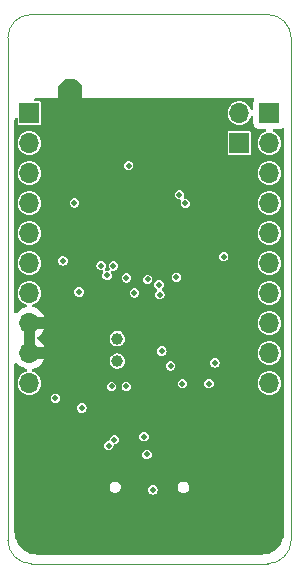
<source format=gbr>
%TF.GenerationSoftware,KiCad,Pcbnew,(6.0.9)*%
%TF.CreationDate,2023-03-12T14:29:19+01:00*%
%TF.ProjectId,ESP32-C3 Devboard,45535033-322d-4433-9320-446576626f61,rev?*%
%TF.SameCoordinates,Original*%
%TF.FileFunction,Copper,L2,Inr*%
%TF.FilePolarity,Positive*%
%FSLAX46Y46*%
G04 Gerber Fmt 4.6, Leading zero omitted, Abs format (unit mm)*
G04 Created by KiCad (PCBNEW (6.0.9)) date 2023-03-12 14:29:19*
%MOMM*%
%LPD*%
G01*
G04 APERTURE LIST*
%TA.AperFunction,Profile*%
%ADD10C,0.100000*%
%TD*%
%TA.AperFunction,ComponentPad*%
%ADD11R,0.900000X0.800000*%
%TD*%
%TA.AperFunction,ComponentPad*%
%ADD12C,1.000000*%
%TD*%
%TA.AperFunction,ComponentPad*%
%ADD13R,1.700000X1.700000*%
%TD*%
%TA.AperFunction,ComponentPad*%
%ADD14O,1.700000X1.700000*%
%TD*%
%TA.AperFunction,ViaPad*%
%ADD15C,0.500000*%
%TD*%
G04 APERTURE END LIST*
D10*
X112460000Y-89500000D02*
G75*
G03*
X114460000Y-91500000I2000000J0D01*
G01*
X134460000Y-45000000D02*
X114460000Y-45000000D01*
X112460000Y-47000000D02*
X112460000Y-89500000D01*
X114460000Y-91500000D02*
X134460000Y-91500000D01*
X136460000Y-89500000D02*
X136460000Y-47000000D01*
X134460000Y-91500000D02*
G75*
G03*
X136460000Y-89500000I0J2000000D01*
G01*
X114460000Y-45000000D02*
G75*
G03*
X112460000Y-47000000I0J-2000000D01*
G01*
X136460000Y-47000000D02*
G75*
G03*
X134460000Y-45000000I-2000000J0D01*
G01*
D11*
%TO.N,GND*%
%TO.C,E1*%
X117810000Y-50885000D03*
%TD*%
D12*
%TO.N,Net-(C2-Pad2)*%
%TO.C,Y1*%
X121734000Y-72456000D03*
%TO.N,Net-(C1-Pad2)*%
X121734000Y-74356000D03*
%TD*%
D13*
%TO.N,GND*%
%TO.C,J2*%
X134620000Y-53340000D03*
D14*
%TO.N,GPIO6*%
X134620000Y-55880000D03*
%TO.N,GPIO7*%
X134620000Y-58420000D03*
%TO.N,GPIO10*%
X134620000Y-60960000D03*
%TO.N,SPIQ*%
X134620000Y-63500000D03*
%TO.N,SPID*%
X134620000Y-66040000D03*
%TO.N,SPICLK*%
X134620000Y-68580000D03*
%TO.N,SPICSO*%
X134620000Y-71120000D03*
%TO.N,SPIWP*%
X134620000Y-73660000D03*
%TO.N,SPIHD*%
X134620000Y-76200000D03*
%TD*%
D13*
%TO.N,GPIO0*%
%TO.C,J1*%
X114300000Y-53340000D03*
D14*
%TO.N,GPIO1*%
X114300000Y-55880000D03*
%TO.N,GPIO2*%
X114300000Y-58420000D03*
%TO.N,GPIO3*%
X114300000Y-60960000D03*
%TO.N,GPIO4*%
X114300000Y-63500000D03*
%TO.N,GPIO5*%
X114300000Y-66040000D03*
%TO.N,+3.3V*%
X114300000Y-68580000D03*
%TO.N,GND*%
X114300000Y-71120000D03*
X114300000Y-73660000D03*
%TO.N,+5V*%
X114300000Y-76200000D03*
%TD*%
D13*
%TO.N,Net-(IC1-Pad27)*%
%TO.C,J3*%
X132080000Y-55885000D03*
D14*
%TO.N,Net-(R8-Pad1)*%
X132080000Y-53345000D03*
%TD*%
D15*
%TO.N,GND*%
X122860000Y-61900000D03*
X129794000Y-53594000D03*
X134500000Y-82500000D03*
X125000000Y-57500000D03*
X118630000Y-69840000D03*
X116000000Y-54000000D03*
X121750000Y-53250000D03*
X124330000Y-53550000D03*
X116550000Y-75190000D03*
X128750000Y-54500000D03*
X118330000Y-57790000D03*
X132980000Y-59080000D03*
X119000000Y-58500000D03*
X127270000Y-88590000D03*
X121250000Y-68750000D03*
X113590000Y-83320000D03*
X117920000Y-77210000D03*
X121920000Y-89916000D03*
X114040000Y-87550000D03*
X119750000Y-61000000D03*
X116460000Y-72040000D03*
X131400000Y-60240000D03*
X117856000Y-54610000D03*
X132390000Y-76780000D03*
X120750000Y-60000000D03*
X119610000Y-81800000D03*
X118330000Y-56190000D03*
X123000000Y-57000000D03*
X117750000Y-58500000D03*
X126060000Y-65100000D03*
X125780000Y-76830000D03*
X113530000Y-79720000D03*
X134860000Y-88860000D03*
X120830000Y-54920000D03*
X120450000Y-75760000D03*
X119000000Y-57000000D03*
X116000000Y-52500000D03*
X122682000Y-54102000D03*
X118090000Y-80100000D03*
X126040000Y-52600000D03*
X134300000Y-90200000D03*
X120750000Y-58500000D03*
X128990000Y-52680000D03*
X129470000Y-68970000D03*
X113500000Y-81380000D03*
X122040000Y-56710000D03*
X127052129Y-69392131D03*
X129540000Y-60960000D03*
X130750000Y-67500000D03*
X132250000Y-60000000D03*
X124940000Y-88380000D03*
X121750000Y-54500000D03*
X128750000Y-55750000D03*
X126000000Y-85750000D03*
X123000000Y-56000000D03*
X130010000Y-77420000D03*
X116650000Y-76370000D03*
X118390000Y-82130000D03*
X121420000Y-60920000D03*
X126250000Y-89750000D03*
X115320000Y-90050000D03*
X116500000Y-69240000D03*
X121500000Y-57500000D03*
X129750000Y-82750000D03*
X131000000Y-82750000D03*
X130690000Y-59120000D03*
X124460000Y-65100000D03*
X116500000Y-67860000D03*
X122020000Y-88410000D03*
X118820000Y-54730000D03*
X118750000Y-80940000D03*
X121290000Y-69870000D03*
X126750000Y-53500000D03*
X124000000Y-54250000D03*
X130500000Y-60000000D03*
X132270000Y-90080000D03*
X128750000Y-56750000D03*
X123500000Y-85750000D03*
X126060000Y-61900000D03*
X129360000Y-67610000D03*
X127640000Y-52630000D03*
X126250000Y-87250000D03*
X133330000Y-60140000D03*
X120720000Y-59260000D03*
X116490000Y-70610000D03*
X119000000Y-54000000D03*
X122860000Y-65100000D03*
X125250000Y-53500000D03*
X118380000Y-59340000D03*
X135020000Y-78410000D03*
X119740000Y-68840000D03*
X124460000Y-63500000D03*
X124130000Y-52700000D03*
X119140000Y-57690000D03*
X132320000Y-75220000D03*
X120540000Y-52350000D03*
X119000000Y-55500000D03*
X114520000Y-78820000D03*
X125140000Y-69550000D03*
X123250000Y-87250000D03*
X114250000Y-89040000D03*
X131780000Y-59040000D03*
X121000000Y-71000000D03*
X120830000Y-55630000D03*
X133360000Y-78380000D03*
X118980000Y-77330000D03*
X122320000Y-69160000D03*
X117250000Y-54000000D03*
X117370000Y-89880000D03*
X119250000Y-60000000D03*
X129794000Y-54356000D03*
X117750000Y-60000000D03*
X130556000Y-52578000D03*
X121750000Y-56000000D03*
X120670000Y-57600000D03*
X128250000Y-57500000D03*
X117750000Y-57000000D03*
X118270000Y-64920000D03*
X124830000Y-89920000D03*
X129794000Y-55372000D03*
X124460000Y-61900000D03*
X117750000Y-55500000D03*
X127630000Y-89980000D03*
X116570000Y-53220000D03*
X120830000Y-54110000D03*
X117340000Y-74610000D03*
X119690000Y-70420000D03*
X123250000Y-89750000D03*
X130330000Y-90360000D03*
X121590000Y-52390000D03*
X122170000Y-70680000D03*
X113620000Y-85970000D03*
X118920000Y-53180000D03*
X130750000Y-68750000D03*
X116520000Y-73400000D03*
X134890000Y-87070000D03*
X119000000Y-52500000D03*
X120760000Y-62000000D03*
X131000000Y-86250000D03*
X117250000Y-52500000D03*
X123000000Y-53250000D03*
X126060000Y-63500000D03*
X124500000Y-76000000D03*
X118130000Y-53310000D03*
X116840000Y-54864000D03*
X123500000Y-76040000D03*
X122860000Y-63500000D03*
X128250000Y-53500000D03*
%TO.N,EN*%
X120369244Y-66267244D03*
X116500000Y-77500000D03*
%TO.N,+3.3V*%
X130750000Y-65500000D03*
X118110000Y-60960000D03*
X125340000Y-68720000D03*
X125500000Y-73500000D03*
X130000000Y-74500000D03*
X127250000Y-76250000D03*
X129500000Y-76250000D03*
X118740000Y-78320000D03*
X122700000Y-57800000D03*
X126250000Y-74750000D03*
%TO.N,+5V*%
X121000000Y-81500000D03*
%TO.N,GPIO18*%
X127500000Y-61000000D03*
X121250000Y-76500000D03*
%TO.N,USB_DN*%
X121500000Y-81000000D03*
X124250000Y-82250000D03*
%TO.N,USB_DP*%
X124750000Y-85250000D03*
X124000000Y-80750000D03*
%TO.N,GPIO19*%
X127000000Y-60250000D03*
X122500000Y-76500000D03*
%TO.N,GPIO1*%
X118500000Y-68500000D03*
X117140000Y-65870000D03*
%TO.N,GPIO2*%
X120868744Y-67100000D03*
%TO.N,GPIO3*%
X121412000Y-66294000D03*
%TO.N,GPIO4*%
X122510500Y-67310000D03*
%TO.N,GPIO5*%
X123190000Y-68580000D03*
%TO.N,GPIO6*%
X124310000Y-67440000D03*
%TO.N,GPIO7*%
X125270000Y-67870000D03*
%TO.N,GPIO10*%
X126750000Y-67250000D03*
%TD*%
%TA.AperFunction,Conductor*%
%TO.N,GND*%
G36*
X118265931Y-50520002D02*
G01*
X118286905Y-50536905D01*
X118713095Y-50963095D01*
X118747121Y-51025407D01*
X118750000Y-51052190D01*
X118750000Y-52250000D01*
X116750000Y-52250000D01*
X116750000Y-51052190D01*
X116770002Y-50984069D01*
X116786905Y-50963095D01*
X117213095Y-50536905D01*
X117275407Y-50502879D01*
X117302190Y-50500000D01*
X118197810Y-50500000D01*
X118265931Y-50520002D01*
G37*
%TD.AperFunction*%
%TD*%
%TA.AperFunction,Conductor*%
%TO.N,GND*%
G36*
X133271778Y-52090002D02*
G01*
X133318271Y-52143658D01*
X133328375Y-52213932D01*
X133318650Y-52243096D01*
X133319828Y-52243538D01*
X133271522Y-52372394D01*
X133267895Y-52387649D01*
X133262369Y-52438514D01*
X133262000Y-52445328D01*
X133262000Y-52944999D01*
X133241998Y-53013120D01*
X133188342Y-53059613D01*
X133118068Y-53069717D01*
X133053488Y-53040223D01*
X133015378Y-52981417D01*
X133009484Y-52961894D01*
X132917370Y-52788653D01*
X132793361Y-52636602D01*
X132642180Y-52511535D01*
X132469585Y-52418213D01*
X132328697Y-52374601D01*
X132288039Y-52362015D01*
X132288036Y-52362014D01*
X132282152Y-52360193D01*
X132276027Y-52359549D01*
X132276026Y-52359549D01*
X132093147Y-52340327D01*
X132093146Y-52340327D01*
X132087019Y-52339683D01*
X131964383Y-52350844D01*
X131897759Y-52356907D01*
X131897758Y-52356907D01*
X131891618Y-52357466D01*
X131885704Y-52359207D01*
X131885702Y-52359207D01*
X131774911Y-52391815D01*
X131703393Y-52412864D01*
X131697928Y-52415721D01*
X131534972Y-52500912D01*
X131534968Y-52500915D01*
X131529512Y-52503767D01*
X131524712Y-52507627D01*
X131524711Y-52507627D01*
X131490326Y-52535273D01*
X131376600Y-52626711D01*
X131250480Y-52777016D01*
X131247516Y-52782408D01*
X131247513Y-52782412D01*
X131168813Y-52925567D01*
X131155956Y-52948954D01*
X131096628Y-53135978D01*
X131074757Y-53330963D01*
X131091175Y-53526483D01*
X131145258Y-53715091D01*
X131148076Y-53720574D01*
X131232123Y-53884113D01*
X131232126Y-53884117D01*
X131234944Y-53889601D01*
X131356818Y-54043369D01*
X131506238Y-54170535D01*
X131511616Y-54173541D01*
X131511618Y-54173542D01*
X131567584Y-54204820D01*
X131677513Y-54266257D01*
X131864118Y-54326889D01*
X132058946Y-54350121D01*
X132065081Y-54349649D01*
X132065083Y-54349649D01*
X132248434Y-54335541D01*
X132248438Y-54335540D01*
X132254576Y-54335068D01*
X132443556Y-54282303D01*
X132618689Y-54193837D01*
X132648515Y-54170535D01*
X132768453Y-54076829D01*
X132773303Y-54073040D01*
X132803084Y-54038539D01*
X132897485Y-53929173D01*
X132897485Y-53929172D01*
X132901509Y-53924511D01*
X132998425Y-53753909D01*
X133016443Y-53699745D01*
X133056925Y-53641421D01*
X133122513Y-53614242D01*
X133192384Y-53626837D01*
X133244353Y-53675207D01*
X133262001Y-53739518D01*
X133262001Y-54234669D01*
X133262371Y-54241490D01*
X133267895Y-54292352D01*
X133271521Y-54307604D01*
X133316676Y-54428054D01*
X133325214Y-54443649D01*
X133401715Y-54545724D01*
X133414276Y-54558285D01*
X133516351Y-54634786D01*
X133531946Y-54643324D01*
X133652394Y-54688478D01*
X133667649Y-54692105D01*
X133718514Y-54697631D01*
X133725328Y-54698000D01*
X134217981Y-54698000D01*
X134286102Y-54718002D01*
X134332595Y-54771658D01*
X134342699Y-54841932D01*
X134313205Y-54906512D01*
X134253557Y-54944872D01*
X134243393Y-54947864D01*
X134237928Y-54950721D01*
X134074972Y-55035912D01*
X134074968Y-55035915D01*
X134069512Y-55038767D01*
X134064712Y-55042627D01*
X134064711Y-55042627D01*
X134030326Y-55070273D01*
X133916600Y-55161711D01*
X133790480Y-55312016D01*
X133787516Y-55317408D01*
X133787513Y-55317412D01*
X133708813Y-55460567D01*
X133695956Y-55483954D01*
X133636628Y-55670978D01*
X133614757Y-55865963D01*
X133631175Y-56061483D01*
X133685258Y-56250091D01*
X133688076Y-56255574D01*
X133772123Y-56419113D01*
X133772126Y-56419117D01*
X133774944Y-56424601D01*
X133896818Y-56578369D01*
X134046238Y-56705535D01*
X134051616Y-56708541D01*
X134051618Y-56708542D01*
X134087932Y-56728837D01*
X134217513Y-56801257D01*
X134404118Y-56861889D01*
X134598946Y-56885121D01*
X134605081Y-56884649D01*
X134605083Y-56884649D01*
X134788434Y-56870541D01*
X134788438Y-56870540D01*
X134794576Y-56870068D01*
X134983556Y-56817303D01*
X135158689Y-56728837D01*
X135188515Y-56705535D01*
X135308453Y-56611829D01*
X135313303Y-56608040D01*
X135343084Y-56573539D01*
X135437485Y-56464173D01*
X135437485Y-56464172D01*
X135441509Y-56459511D01*
X135538425Y-56288909D01*
X135600358Y-56102732D01*
X135624949Y-55908071D01*
X135625341Y-55880000D01*
X135606194Y-55684728D01*
X135604413Y-55678829D01*
X135604412Y-55678824D01*
X135551265Y-55502793D01*
X135549484Y-55496894D01*
X135457370Y-55323653D01*
X135333361Y-55171602D01*
X135182180Y-55046535D01*
X135009585Y-54953213D01*
X134980998Y-54944364D01*
X134921839Y-54905112D01*
X134893292Y-54840108D01*
X134904421Y-54769989D01*
X134951692Y-54717018D01*
X135018258Y-54697999D01*
X135514669Y-54697999D01*
X135521490Y-54697629D01*
X135572352Y-54692105D01*
X135587604Y-54688479D01*
X135716462Y-54640172D01*
X135717437Y-54642772D01*
X135772851Y-54630654D01*
X135839399Y-54655392D01*
X135882007Y-54712182D01*
X135890000Y-54756343D01*
X135890000Y-88735499D01*
X135889679Y-88744487D01*
X135870286Y-89015645D01*
X135867728Y-89033433D01*
X135810903Y-89294654D01*
X135805840Y-89311900D01*
X135712411Y-89562393D01*
X135704945Y-89578740D01*
X135576824Y-89813375D01*
X135567105Y-89828498D01*
X135406897Y-90042510D01*
X135395124Y-90056096D01*
X135206096Y-90245124D01*
X135192510Y-90256897D01*
X134978498Y-90417105D01*
X134963375Y-90426824D01*
X134728740Y-90554945D01*
X134712393Y-90562411D01*
X134461900Y-90655840D01*
X134444658Y-90660902D01*
X134183433Y-90717728D01*
X134165650Y-90720285D01*
X133943871Y-90736147D01*
X133894487Y-90739679D01*
X133885499Y-90740000D01*
X115034501Y-90740000D01*
X115025513Y-90739679D01*
X114976129Y-90736147D01*
X114754350Y-90720285D01*
X114736567Y-90717728D01*
X114475342Y-90660902D01*
X114458100Y-90655840D01*
X114207607Y-90562411D01*
X114191260Y-90554945D01*
X113956625Y-90426824D01*
X113941502Y-90417105D01*
X113727490Y-90256897D01*
X113713904Y-90245124D01*
X113524876Y-90056096D01*
X113513103Y-90042510D01*
X113352895Y-89828498D01*
X113343176Y-89813375D01*
X113215055Y-89578740D01*
X113207589Y-89562393D01*
X113114160Y-89311900D01*
X113109097Y-89294654D01*
X113052272Y-89033433D01*
X113049714Y-89015645D01*
X113030321Y-88744487D01*
X113030000Y-88735499D01*
X113030000Y-85092196D01*
X121094055Y-85092196D01*
X121096522Y-85100828D01*
X121103344Y-85124696D01*
X121131484Y-85223158D01*
X121204165Y-85338350D01*
X121306255Y-85428513D01*
X121314378Y-85432327D01*
X121314380Y-85432328D01*
X121373607Y-85460135D01*
X121429548Y-85486399D01*
X121438412Y-85487779D01*
X121438415Y-85487780D01*
X121501897Y-85497664D01*
X121532956Y-85502500D01*
X121604145Y-85502500D01*
X121654051Y-85495353D01*
X121695943Y-85489354D01*
X121695946Y-85489353D01*
X121704829Y-85488081D01*
X121723683Y-85479509D01*
X121744973Y-85469829D01*
X121828820Y-85431706D01*
X121932004Y-85342796D01*
X121939807Y-85330757D01*
X121992152Y-85250000D01*
X124344508Y-85250000D01*
X124346059Y-85259793D01*
X124360134Y-85348657D01*
X124364354Y-85375304D01*
X124421950Y-85488342D01*
X124511658Y-85578050D01*
X124624696Y-85635646D01*
X124634485Y-85637196D01*
X124634487Y-85637197D01*
X124740207Y-85653941D01*
X124750000Y-85655492D01*
X124759793Y-85653941D01*
X124865513Y-85637197D01*
X124865515Y-85637196D01*
X124875304Y-85635646D01*
X124988342Y-85578050D01*
X125078050Y-85488342D01*
X125135646Y-85375304D01*
X125139867Y-85348657D01*
X125153941Y-85259793D01*
X125155492Y-85250000D01*
X125135646Y-85124696D01*
X125119086Y-85092196D01*
X126874055Y-85092196D01*
X126876522Y-85100828D01*
X126883344Y-85124696D01*
X126911484Y-85223158D01*
X126984165Y-85338350D01*
X127086255Y-85428513D01*
X127094378Y-85432327D01*
X127094380Y-85432328D01*
X127153607Y-85460135D01*
X127209548Y-85486399D01*
X127218412Y-85487779D01*
X127218415Y-85487780D01*
X127281897Y-85497664D01*
X127312956Y-85502500D01*
X127384145Y-85502500D01*
X127434051Y-85495353D01*
X127475943Y-85489354D01*
X127475946Y-85489353D01*
X127484829Y-85488081D01*
X127503683Y-85479509D01*
X127524973Y-85469829D01*
X127608820Y-85431706D01*
X127712004Y-85342796D01*
X127719807Y-85330757D01*
X127781206Y-85236032D01*
X127781207Y-85236030D01*
X127786087Y-85228501D01*
X127825113Y-85098006D01*
X127825945Y-84961804D01*
X127821826Y-84947391D01*
X127790983Y-84839473D01*
X127790982Y-84839471D01*
X127788516Y-84830842D01*
X127715835Y-84715650D01*
X127613745Y-84625487D01*
X127605622Y-84621673D01*
X127605620Y-84621672D01*
X127546393Y-84593865D01*
X127490452Y-84567601D01*
X127481588Y-84566221D01*
X127481585Y-84566220D01*
X127418103Y-84556336D01*
X127387044Y-84551500D01*
X127315855Y-84551500D01*
X127276411Y-84557149D01*
X127224057Y-84564646D01*
X127224054Y-84564647D01*
X127215171Y-84565919D01*
X127091180Y-84622294D01*
X126987996Y-84711204D01*
X126913913Y-84825499D01*
X126874887Y-84955994D01*
X126874055Y-85092196D01*
X125119086Y-85092196D01*
X125078050Y-85011658D01*
X124988342Y-84921950D01*
X124875304Y-84864354D01*
X124865515Y-84862804D01*
X124865513Y-84862803D01*
X124759793Y-84846059D01*
X124750000Y-84844508D01*
X124740207Y-84846059D01*
X124634487Y-84862803D01*
X124634485Y-84862804D01*
X124624696Y-84864354D01*
X124511658Y-84921950D01*
X124421950Y-85011658D01*
X124364354Y-85124696D01*
X124344508Y-85250000D01*
X121992152Y-85250000D01*
X122001206Y-85236032D01*
X122001207Y-85236030D01*
X122006087Y-85228501D01*
X122045113Y-85098006D01*
X122045945Y-84961804D01*
X122041826Y-84947391D01*
X122010983Y-84839473D01*
X122010982Y-84839471D01*
X122008516Y-84830842D01*
X121935835Y-84715650D01*
X121833745Y-84625487D01*
X121825622Y-84621673D01*
X121825620Y-84621672D01*
X121766393Y-84593865D01*
X121710452Y-84567601D01*
X121701588Y-84566221D01*
X121701585Y-84566220D01*
X121638103Y-84556336D01*
X121607044Y-84551500D01*
X121535855Y-84551500D01*
X121496411Y-84557149D01*
X121444057Y-84564646D01*
X121444054Y-84564647D01*
X121435171Y-84565919D01*
X121311180Y-84622294D01*
X121207996Y-84711204D01*
X121133913Y-84825499D01*
X121094887Y-84955994D01*
X121094055Y-85092196D01*
X113030000Y-85092196D01*
X113030000Y-82250000D01*
X123844508Y-82250000D01*
X123864354Y-82375304D01*
X123921950Y-82488342D01*
X124011658Y-82578050D01*
X124124696Y-82635646D01*
X124134485Y-82637196D01*
X124134487Y-82637197D01*
X124240207Y-82653941D01*
X124250000Y-82655492D01*
X124259793Y-82653941D01*
X124365513Y-82637197D01*
X124365515Y-82637196D01*
X124375304Y-82635646D01*
X124488342Y-82578050D01*
X124578050Y-82488342D01*
X124635646Y-82375304D01*
X124655492Y-82250000D01*
X124635646Y-82124696D01*
X124578050Y-82011658D01*
X124488342Y-81921950D01*
X124375304Y-81864354D01*
X124365515Y-81862804D01*
X124365513Y-81862803D01*
X124259793Y-81846059D01*
X124250000Y-81844508D01*
X124240207Y-81846059D01*
X124134487Y-81862803D01*
X124134485Y-81862804D01*
X124124696Y-81864354D01*
X124011658Y-81921950D01*
X123921950Y-82011658D01*
X123864354Y-82124696D01*
X123844508Y-82250000D01*
X113030000Y-82250000D01*
X113030000Y-81500000D01*
X120594508Y-81500000D01*
X120614354Y-81625304D01*
X120671950Y-81738342D01*
X120761658Y-81828050D01*
X120874696Y-81885646D01*
X120884485Y-81887196D01*
X120884487Y-81887197D01*
X120990207Y-81903941D01*
X121000000Y-81905492D01*
X121009793Y-81903941D01*
X121115513Y-81887197D01*
X121115515Y-81887196D01*
X121125304Y-81885646D01*
X121238342Y-81828050D01*
X121328050Y-81738342D01*
X121385646Y-81625304D01*
X121404093Y-81508831D01*
X121434505Y-81444679D01*
X121494773Y-81407151D01*
X121508829Y-81404094D01*
X121571270Y-81394204D01*
X121615512Y-81387197D01*
X121615513Y-81387197D01*
X121625304Y-81385646D01*
X121738342Y-81328050D01*
X121828050Y-81238342D01*
X121885646Y-81125304D01*
X121887381Y-81114354D01*
X121903941Y-81009793D01*
X121905492Y-81000000D01*
X121885646Y-80874696D01*
X121828050Y-80761658D01*
X121816392Y-80750000D01*
X123594508Y-80750000D01*
X123614354Y-80875304D01*
X123671950Y-80988342D01*
X123761658Y-81078050D01*
X123874696Y-81135646D01*
X123884485Y-81137196D01*
X123884487Y-81137197D01*
X123990207Y-81153941D01*
X124000000Y-81155492D01*
X124009793Y-81153941D01*
X124115513Y-81137197D01*
X124115515Y-81137196D01*
X124125304Y-81135646D01*
X124238342Y-81078050D01*
X124328050Y-80988342D01*
X124385646Y-80875304D01*
X124405492Y-80750000D01*
X124393130Y-80671950D01*
X124387197Y-80634487D01*
X124387196Y-80634485D01*
X124385646Y-80624696D01*
X124328050Y-80511658D01*
X124238342Y-80421950D01*
X124125304Y-80364354D01*
X124115515Y-80362804D01*
X124115513Y-80362803D01*
X124009793Y-80346059D01*
X124000000Y-80344508D01*
X123990207Y-80346059D01*
X123884487Y-80362803D01*
X123884485Y-80362804D01*
X123874696Y-80364354D01*
X123761658Y-80421950D01*
X123671950Y-80511658D01*
X123614354Y-80624696D01*
X123612804Y-80634485D01*
X123612803Y-80634487D01*
X123606870Y-80671950D01*
X123594508Y-80750000D01*
X121816392Y-80750000D01*
X121738342Y-80671950D01*
X121625304Y-80614354D01*
X121615515Y-80612804D01*
X121615513Y-80612803D01*
X121509793Y-80596059D01*
X121500000Y-80594508D01*
X121490207Y-80596059D01*
X121384487Y-80612803D01*
X121384485Y-80612804D01*
X121374696Y-80614354D01*
X121261658Y-80671950D01*
X121171950Y-80761658D01*
X121114354Y-80874696D01*
X121096355Y-80988342D01*
X121095907Y-80991168D01*
X121065495Y-81055321D01*
X121005227Y-81092849D01*
X120991171Y-81095906D01*
X120928730Y-81105796D01*
X120884488Y-81112803D01*
X120884487Y-81112803D01*
X120874696Y-81114354D01*
X120761658Y-81171950D01*
X120671950Y-81261658D01*
X120614354Y-81374696D01*
X120612804Y-81384485D01*
X120612803Y-81384487D01*
X120603270Y-81444679D01*
X120594508Y-81500000D01*
X113030000Y-81500000D01*
X113030000Y-78320000D01*
X118334508Y-78320000D01*
X118354354Y-78445304D01*
X118411950Y-78558342D01*
X118501658Y-78648050D01*
X118614696Y-78705646D01*
X118624485Y-78707196D01*
X118624487Y-78707197D01*
X118730207Y-78723941D01*
X118740000Y-78725492D01*
X118749793Y-78723941D01*
X118855513Y-78707197D01*
X118855515Y-78707196D01*
X118865304Y-78705646D01*
X118978342Y-78648050D01*
X119068050Y-78558342D01*
X119125646Y-78445304D01*
X119145492Y-78320000D01*
X119125646Y-78194696D01*
X119068050Y-78081658D01*
X118978342Y-77991950D01*
X118865304Y-77934354D01*
X118855515Y-77932804D01*
X118855513Y-77932803D01*
X118749793Y-77916059D01*
X118740000Y-77914508D01*
X118730207Y-77916059D01*
X118624487Y-77932803D01*
X118624485Y-77932804D01*
X118614696Y-77934354D01*
X118501658Y-77991950D01*
X118411950Y-78081658D01*
X118354354Y-78194696D01*
X118334508Y-78320000D01*
X113030000Y-78320000D01*
X113030000Y-77500000D01*
X116094508Y-77500000D01*
X116114354Y-77625304D01*
X116171950Y-77738342D01*
X116261658Y-77828050D01*
X116374696Y-77885646D01*
X116384485Y-77887196D01*
X116384487Y-77887197D01*
X116490207Y-77903941D01*
X116500000Y-77905492D01*
X116509793Y-77903941D01*
X116615513Y-77887197D01*
X116615515Y-77887196D01*
X116625304Y-77885646D01*
X116738342Y-77828050D01*
X116828050Y-77738342D01*
X116885646Y-77625304D01*
X116905492Y-77500000D01*
X116885646Y-77374696D01*
X116828050Y-77261658D01*
X116738342Y-77171950D01*
X116625304Y-77114354D01*
X116615515Y-77112804D01*
X116615513Y-77112803D01*
X116509793Y-77096059D01*
X116500000Y-77094508D01*
X116490207Y-77096059D01*
X116384487Y-77112803D01*
X116384485Y-77112804D01*
X116374696Y-77114354D01*
X116261658Y-77171950D01*
X116171950Y-77261658D01*
X116114354Y-77374696D01*
X116094508Y-77500000D01*
X113030000Y-77500000D01*
X113030000Y-74605985D01*
X113050002Y-74537864D01*
X113103658Y-74491371D01*
X113173932Y-74481267D01*
X113238512Y-74510761D01*
X113251237Y-74523488D01*
X113343213Y-74629667D01*
X113350580Y-74636883D01*
X113514434Y-74772916D01*
X113522881Y-74778831D01*
X113706756Y-74886279D01*
X113716042Y-74890729D01*
X113915001Y-74966703D01*
X113924899Y-74969579D01*
X114026192Y-74990187D01*
X114088958Y-75023369D01*
X114123820Y-75085217D01*
X114119711Y-75156094D01*
X114077935Y-75213499D01*
X114036648Y-75234531D01*
X113923393Y-75267864D01*
X113917928Y-75270721D01*
X113754972Y-75355912D01*
X113754968Y-75355915D01*
X113749512Y-75358767D01*
X113744712Y-75362627D01*
X113744711Y-75362627D01*
X113710326Y-75390273D01*
X113596600Y-75481711D01*
X113470480Y-75632016D01*
X113467516Y-75637408D01*
X113467513Y-75637412D01*
X113388813Y-75780567D01*
X113375956Y-75803954D01*
X113316628Y-75990978D01*
X113294757Y-76185963D01*
X113311175Y-76381483D01*
X113365258Y-76570091D01*
X113368076Y-76575574D01*
X113452123Y-76739113D01*
X113452126Y-76739117D01*
X113454944Y-76744601D01*
X113576818Y-76898369D01*
X113581511Y-76902363D01*
X113581512Y-76902364D01*
X113585188Y-76905492D01*
X113726238Y-77025535D01*
X113731616Y-77028541D01*
X113731618Y-77028542D01*
X113767932Y-77048837D01*
X113897513Y-77121257D01*
X114084118Y-77181889D01*
X114278946Y-77205121D01*
X114285081Y-77204649D01*
X114285083Y-77204649D01*
X114468434Y-77190541D01*
X114468438Y-77190540D01*
X114474576Y-77190068D01*
X114663556Y-77137303D01*
X114838689Y-77048837D01*
X114868515Y-77025535D01*
X114988453Y-76931829D01*
X114993303Y-76928040D01*
X115023084Y-76893539D01*
X115117485Y-76784173D01*
X115117485Y-76784172D01*
X115121509Y-76779511D01*
X115218425Y-76608909D01*
X115254654Y-76500000D01*
X120844508Y-76500000D01*
X120846059Y-76509793D01*
X120862607Y-76614272D01*
X120864354Y-76625304D01*
X120921950Y-76738342D01*
X121011658Y-76828050D01*
X121124696Y-76885646D01*
X121134485Y-76887196D01*
X121134487Y-76887197D01*
X121240207Y-76903941D01*
X121250000Y-76905492D01*
X121259793Y-76903941D01*
X121365513Y-76887197D01*
X121365515Y-76887196D01*
X121375304Y-76885646D01*
X121488342Y-76828050D01*
X121578050Y-76738342D01*
X121635646Y-76625304D01*
X121637394Y-76614272D01*
X121653941Y-76509793D01*
X121655492Y-76500000D01*
X122094508Y-76500000D01*
X122096059Y-76509793D01*
X122112607Y-76614272D01*
X122114354Y-76625304D01*
X122171950Y-76738342D01*
X122261658Y-76828050D01*
X122374696Y-76885646D01*
X122384485Y-76887196D01*
X122384487Y-76887197D01*
X122490207Y-76903941D01*
X122500000Y-76905492D01*
X122509793Y-76903941D01*
X122615513Y-76887197D01*
X122615515Y-76887196D01*
X122625304Y-76885646D01*
X122738342Y-76828050D01*
X122828050Y-76738342D01*
X122885646Y-76625304D01*
X122887394Y-76614272D01*
X122903941Y-76509793D01*
X122905492Y-76500000D01*
X122885646Y-76374696D01*
X122828050Y-76261658D01*
X122816392Y-76250000D01*
X126844508Y-76250000D01*
X126864354Y-76375304D01*
X126921950Y-76488342D01*
X127011658Y-76578050D01*
X127124696Y-76635646D01*
X127134485Y-76637196D01*
X127134487Y-76637197D01*
X127240207Y-76653941D01*
X127250000Y-76655492D01*
X127259793Y-76653941D01*
X127365513Y-76637197D01*
X127365515Y-76637196D01*
X127375304Y-76635646D01*
X127488342Y-76578050D01*
X127578050Y-76488342D01*
X127635646Y-76375304D01*
X127655492Y-76250000D01*
X129094508Y-76250000D01*
X129114354Y-76375304D01*
X129171950Y-76488342D01*
X129261658Y-76578050D01*
X129374696Y-76635646D01*
X129384485Y-76637196D01*
X129384487Y-76637197D01*
X129490207Y-76653941D01*
X129500000Y-76655492D01*
X129509793Y-76653941D01*
X129615513Y-76637197D01*
X129615515Y-76637196D01*
X129625304Y-76635646D01*
X129738342Y-76578050D01*
X129828050Y-76488342D01*
X129885646Y-76375304D01*
X129905492Y-76250000D01*
X129895349Y-76185963D01*
X133614757Y-76185963D01*
X133631175Y-76381483D01*
X133685258Y-76570091D01*
X133688076Y-76575574D01*
X133772123Y-76739113D01*
X133772126Y-76739117D01*
X133774944Y-76744601D01*
X133896818Y-76898369D01*
X133901511Y-76902363D01*
X133901512Y-76902364D01*
X133905188Y-76905492D01*
X134046238Y-77025535D01*
X134051616Y-77028541D01*
X134051618Y-77028542D01*
X134087932Y-77048837D01*
X134217513Y-77121257D01*
X134404118Y-77181889D01*
X134598946Y-77205121D01*
X134605081Y-77204649D01*
X134605083Y-77204649D01*
X134788434Y-77190541D01*
X134788438Y-77190540D01*
X134794576Y-77190068D01*
X134983556Y-77137303D01*
X135158689Y-77048837D01*
X135188515Y-77025535D01*
X135308453Y-76931829D01*
X135313303Y-76928040D01*
X135343084Y-76893539D01*
X135437485Y-76784173D01*
X135437485Y-76784172D01*
X135441509Y-76779511D01*
X135538425Y-76608909D01*
X135600358Y-76422732D01*
X135624949Y-76228071D01*
X135625341Y-76200000D01*
X135606194Y-76004728D01*
X135604413Y-75998829D01*
X135604412Y-75998824D01*
X135551265Y-75822793D01*
X135549484Y-75816894D01*
X135457370Y-75643653D01*
X135333361Y-75491602D01*
X135182180Y-75366535D01*
X135009585Y-75273213D01*
X134890648Y-75236396D01*
X134828039Y-75217015D01*
X134828036Y-75217014D01*
X134822152Y-75215193D01*
X134816027Y-75214549D01*
X134816026Y-75214549D01*
X134633147Y-75195327D01*
X134633146Y-75195327D01*
X134627019Y-75194683D01*
X134504383Y-75205844D01*
X134437759Y-75211907D01*
X134437758Y-75211907D01*
X134431618Y-75212466D01*
X134425704Y-75214207D01*
X134425702Y-75214207D01*
X134356648Y-75234531D01*
X134243393Y-75267864D01*
X134237928Y-75270721D01*
X134074972Y-75355912D01*
X134074968Y-75355915D01*
X134069512Y-75358767D01*
X134064712Y-75362627D01*
X134064711Y-75362627D01*
X134030326Y-75390273D01*
X133916600Y-75481711D01*
X133790480Y-75632016D01*
X133787516Y-75637408D01*
X133787513Y-75637412D01*
X133708813Y-75780567D01*
X133695956Y-75803954D01*
X133636628Y-75990978D01*
X133614757Y-76185963D01*
X129895349Y-76185963D01*
X129893130Y-76171950D01*
X129887197Y-76134487D01*
X129887196Y-76134485D01*
X129885646Y-76124696D01*
X129828050Y-76011658D01*
X129738342Y-75921950D01*
X129625304Y-75864354D01*
X129615515Y-75862804D01*
X129615513Y-75862803D01*
X129509793Y-75846059D01*
X129500000Y-75844508D01*
X129490207Y-75846059D01*
X129384487Y-75862803D01*
X129384485Y-75862804D01*
X129374696Y-75864354D01*
X129261658Y-75921950D01*
X129171950Y-76011658D01*
X129114354Y-76124696D01*
X129112804Y-76134485D01*
X129112803Y-76134487D01*
X129106870Y-76171950D01*
X129094508Y-76250000D01*
X127655492Y-76250000D01*
X127643130Y-76171950D01*
X127637197Y-76134487D01*
X127637196Y-76134485D01*
X127635646Y-76124696D01*
X127578050Y-76011658D01*
X127488342Y-75921950D01*
X127375304Y-75864354D01*
X127365515Y-75862804D01*
X127365513Y-75862803D01*
X127259793Y-75846059D01*
X127250000Y-75844508D01*
X127240207Y-75846059D01*
X127134487Y-75862803D01*
X127134485Y-75862804D01*
X127124696Y-75864354D01*
X127011658Y-75921950D01*
X126921950Y-76011658D01*
X126864354Y-76124696D01*
X126862804Y-76134485D01*
X126862803Y-76134487D01*
X126856870Y-76171950D01*
X126844508Y-76250000D01*
X122816392Y-76250000D01*
X122738342Y-76171950D01*
X122625304Y-76114354D01*
X122615515Y-76112804D01*
X122615513Y-76112803D01*
X122509793Y-76096059D01*
X122500000Y-76094508D01*
X122490207Y-76096059D01*
X122384487Y-76112803D01*
X122384485Y-76112804D01*
X122374696Y-76114354D01*
X122261658Y-76171950D01*
X122171950Y-76261658D01*
X122114354Y-76374696D01*
X122094508Y-76500000D01*
X121655492Y-76500000D01*
X121635646Y-76374696D01*
X121578050Y-76261658D01*
X121488342Y-76171950D01*
X121375304Y-76114354D01*
X121365515Y-76112804D01*
X121365513Y-76112803D01*
X121259793Y-76096059D01*
X121250000Y-76094508D01*
X121240207Y-76096059D01*
X121134487Y-76112803D01*
X121134485Y-76112804D01*
X121124696Y-76114354D01*
X121011658Y-76171950D01*
X120921950Y-76261658D01*
X120864354Y-76374696D01*
X120844508Y-76500000D01*
X115254654Y-76500000D01*
X115280358Y-76422732D01*
X115304949Y-76228071D01*
X115305341Y-76200000D01*
X115286194Y-76004728D01*
X115284413Y-75998829D01*
X115284412Y-75998824D01*
X115231265Y-75822793D01*
X115229484Y-75816894D01*
X115137370Y-75643653D01*
X115013361Y-75491602D01*
X114862180Y-75366535D01*
X114689585Y-75273213D01*
X114623840Y-75252862D01*
X114570649Y-75236396D01*
X114511489Y-75197145D01*
X114482942Y-75132140D01*
X114494071Y-75062021D01*
X114541342Y-75009050D01*
X114581713Y-74992784D01*
X114588260Y-74991392D01*
X114792255Y-74930191D01*
X114801842Y-74926433D01*
X114993095Y-74832739D01*
X115001945Y-74827464D01*
X115175328Y-74703792D01*
X115183200Y-74697139D01*
X115334052Y-74546812D01*
X115340730Y-74538965D01*
X115465003Y-74366020D01*
X115470313Y-74357183D01*
X115474289Y-74349138D01*
X121078758Y-74349138D01*
X121096035Y-74505633D01*
X121150143Y-74653490D01*
X121154380Y-74659796D01*
X121154382Y-74659799D01*
X121179474Y-74697139D01*
X121237958Y-74784172D01*
X121354410Y-74890135D01*
X121382171Y-74905208D01*
X121486099Y-74961637D01*
X121486101Y-74961638D01*
X121492776Y-74965262D01*
X121500125Y-74967190D01*
X121637719Y-75003287D01*
X121637721Y-75003287D01*
X121645069Y-75005215D01*
X121728380Y-75006524D01*
X121794898Y-75007569D01*
X121794901Y-75007569D01*
X121802495Y-75007688D01*
X121955968Y-74972538D01*
X122096625Y-74901795D01*
X122139106Y-74865513D01*
X122210574Y-74804474D01*
X122210576Y-74804471D01*
X122216348Y-74799542D01*
X122251948Y-74750000D01*
X125844508Y-74750000D01*
X125846059Y-74759793D01*
X125857583Y-74832550D01*
X125864354Y-74875304D01*
X125921950Y-74988342D01*
X126011658Y-75078050D01*
X126124696Y-75135646D01*
X126134485Y-75137196D01*
X126134487Y-75137197D01*
X126240207Y-75153941D01*
X126250000Y-75155492D01*
X126259793Y-75153941D01*
X126365513Y-75137197D01*
X126365515Y-75137196D01*
X126375304Y-75135646D01*
X126488342Y-75078050D01*
X126578050Y-74988342D01*
X126635646Y-74875304D01*
X126642418Y-74832550D01*
X126653941Y-74759793D01*
X126655492Y-74750000D01*
X126652247Y-74729509D01*
X126637197Y-74634487D01*
X126637196Y-74634485D01*
X126635646Y-74624696D01*
X126578050Y-74511658D01*
X126566392Y-74500000D01*
X129594508Y-74500000D01*
X129596059Y-74509793D01*
X129610182Y-74598960D01*
X129614354Y-74625304D01*
X129671950Y-74738342D01*
X129761658Y-74828050D01*
X129874696Y-74885646D01*
X129884485Y-74887196D01*
X129884487Y-74887197D01*
X129990207Y-74903941D01*
X130000000Y-74905492D01*
X130009793Y-74903941D01*
X130115513Y-74887197D01*
X130115515Y-74887196D01*
X130125304Y-74885646D01*
X130238342Y-74828050D01*
X130328050Y-74738342D01*
X130385646Y-74625304D01*
X130389819Y-74598960D01*
X130403941Y-74509793D01*
X130405492Y-74500000D01*
X130393130Y-74421950D01*
X130387197Y-74384487D01*
X130387196Y-74384485D01*
X130385646Y-74374696D01*
X130328050Y-74261658D01*
X130238342Y-74171950D01*
X130125304Y-74114354D01*
X130115515Y-74112804D01*
X130115513Y-74112803D01*
X130009793Y-74096059D01*
X130000000Y-74094508D01*
X129990207Y-74096059D01*
X129884487Y-74112803D01*
X129884485Y-74112804D01*
X129874696Y-74114354D01*
X129761658Y-74171950D01*
X129671950Y-74261658D01*
X129614354Y-74374696D01*
X129612804Y-74384485D01*
X129612803Y-74384487D01*
X129606870Y-74421950D01*
X129594508Y-74500000D01*
X126566392Y-74500000D01*
X126488342Y-74421950D01*
X126375304Y-74364354D01*
X126365515Y-74362804D01*
X126365513Y-74362803D01*
X126259793Y-74346059D01*
X126250000Y-74344508D01*
X126240207Y-74346059D01*
X126134487Y-74362803D01*
X126134485Y-74362804D01*
X126124696Y-74364354D01*
X126011658Y-74421950D01*
X125921950Y-74511658D01*
X125864354Y-74624696D01*
X125862804Y-74634485D01*
X125862803Y-74634487D01*
X125847753Y-74729509D01*
X125844508Y-74750000D01*
X122251948Y-74750000D01*
X122308224Y-74671683D01*
X122366950Y-74525598D01*
X122389134Y-74369723D01*
X122389278Y-74356000D01*
X122370363Y-74199694D01*
X122362529Y-74178961D01*
X122317394Y-74059514D01*
X122317393Y-74059511D01*
X122314710Y-74052412D01*
X122225531Y-73922657D01*
X122134424Y-73841483D01*
X122113648Y-73822972D01*
X122113645Y-73822970D01*
X122107976Y-73817919D01*
X121968831Y-73744245D01*
X121910164Y-73729509D01*
X121823498Y-73707740D01*
X121823496Y-73707740D01*
X121816128Y-73705889D01*
X121808530Y-73705849D01*
X121808528Y-73705849D01*
X121741319Y-73705497D01*
X121658684Y-73705065D01*
X121651305Y-73706837D01*
X121651301Y-73706837D01*
X121512967Y-73740048D01*
X121512963Y-73740049D01*
X121505588Y-73741820D01*
X121365679Y-73814032D01*
X121359957Y-73819024D01*
X121359955Y-73819025D01*
X121252759Y-73912538D01*
X121252756Y-73912541D01*
X121247034Y-73917533D01*
X121242667Y-73923747D01*
X121167927Y-74030091D01*
X121156501Y-74046348D01*
X121099309Y-74193039D01*
X121078758Y-74349138D01*
X115474289Y-74349138D01*
X115562250Y-74171164D01*
X115562324Y-74163233D01*
X115555416Y-74160000D01*
X113926000Y-74160000D01*
X113857879Y-74139998D01*
X113811386Y-74086342D01*
X113800000Y-74034000D01*
X113800000Y-73500000D01*
X125094508Y-73500000D01*
X125114354Y-73625304D01*
X125171950Y-73738342D01*
X125261658Y-73828050D01*
X125374696Y-73885646D01*
X125384485Y-73887196D01*
X125384487Y-73887197D01*
X125490207Y-73903941D01*
X125500000Y-73905492D01*
X125509793Y-73903941D01*
X125615513Y-73887197D01*
X125615515Y-73887196D01*
X125625304Y-73885646D01*
X125738342Y-73828050D01*
X125828050Y-73738342D01*
X125875120Y-73645963D01*
X133614757Y-73645963D01*
X133631175Y-73841483D01*
X133685258Y-74030091D01*
X133688076Y-74035574D01*
X133772123Y-74199113D01*
X133772126Y-74199117D01*
X133774944Y-74204601D01*
X133896818Y-74358369D01*
X133901511Y-74362363D01*
X133901512Y-74362364D01*
X133979764Y-74428961D01*
X134046238Y-74485535D01*
X134051616Y-74488541D01*
X134051618Y-74488542D01*
X134130544Y-74532652D01*
X134217513Y-74581257D01*
X134404118Y-74641889D01*
X134598946Y-74665121D01*
X134605081Y-74664649D01*
X134605083Y-74664649D01*
X134788434Y-74650541D01*
X134788438Y-74650540D01*
X134794576Y-74650068D01*
X134983556Y-74597303D01*
X135158689Y-74508837D01*
X135172453Y-74498084D01*
X135308453Y-74391829D01*
X135313303Y-74388040D01*
X135332675Y-74365598D01*
X135437485Y-74244173D01*
X135437485Y-74244172D01*
X135441509Y-74239511D01*
X135538425Y-74068909D01*
X135600358Y-73882732D01*
X135624949Y-73688071D01*
X135625341Y-73660000D01*
X135606194Y-73464728D01*
X135604413Y-73458829D01*
X135604412Y-73458824D01*
X135551265Y-73282793D01*
X135549484Y-73276894D01*
X135457370Y-73103653D01*
X135333361Y-72951602D01*
X135182180Y-72826535D01*
X135009585Y-72733213D01*
X134915868Y-72704203D01*
X134828039Y-72677015D01*
X134828036Y-72677014D01*
X134822152Y-72675193D01*
X134816027Y-72674549D01*
X134816026Y-72674549D01*
X134633147Y-72655327D01*
X134633146Y-72655327D01*
X134627019Y-72654683D01*
X134504383Y-72665844D01*
X134437759Y-72671907D01*
X134437758Y-72671907D01*
X134431618Y-72672466D01*
X134425704Y-72674207D01*
X134425702Y-72674207D01*
X134307331Y-72709046D01*
X134243393Y-72727864D01*
X134237928Y-72730721D01*
X134074972Y-72815912D01*
X134074968Y-72815915D01*
X134069512Y-72818767D01*
X134064712Y-72822627D01*
X134064711Y-72822627D01*
X134053642Y-72831527D01*
X133916600Y-72941711D01*
X133790480Y-73092016D01*
X133787516Y-73097408D01*
X133787513Y-73097412D01*
X133746536Y-73171950D01*
X133695956Y-73263954D01*
X133636628Y-73450978D01*
X133614757Y-73645963D01*
X125875120Y-73645963D01*
X125885646Y-73625304D01*
X125905492Y-73500000D01*
X125899906Y-73464728D01*
X125887197Y-73384487D01*
X125887196Y-73384485D01*
X125885646Y-73374696D01*
X125828050Y-73261658D01*
X125738342Y-73171950D01*
X125625304Y-73114354D01*
X125615515Y-73112804D01*
X125615513Y-73112803D01*
X125509793Y-73096059D01*
X125500000Y-73094508D01*
X125490207Y-73096059D01*
X125384487Y-73112803D01*
X125384485Y-73112804D01*
X125374696Y-73114354D01*
X125261658Y-73171950D01*
X125171950Y-73261658D01*
X125114354Y-73374696D01*
X125112804Y-73384485D01*
X125112803Y-73384487D01*
X125100094Y-73464728D01*
X125094508Y-73500000D01*
X113800000Y-73500000D01*
X113800000Y-72394651D01*
X113801323Y-72394651D01*
X113800683Y-72387336D01*
X114798676Y-72387336D01*
X114799521Y-72396351D01*
X114800000Y-72396351D01*
X114800000Y-72401459D01*
X114800054Y-72402035D01*
X114800000Y-72402580D01*
X114800000Y-73141885D01*
X114804475Y-73157124D01*
X114805865Y-73158329D01*
X114813548Y-73160000D01*
X115545376Y-73160000D01*
X115558907Y-73156027D01*
X115559617Y-73151089D01*
X115502972Y-73020814D01*
X115498105Y-73011739D01*
X115382426Y-72832926D01*
X115376136Y-72824757D01*
X115232806Y-72667240D01*
X115225273Y-72660215D01*
X115058139Y-72528222D01*
X115049552Y-72522517D01*
X115012116Y-72501851D01*
X114962146Y-72451419D01*
X114961661Y-72449138D01*
X121078758Y-72449138D01*
X121096035Y-72605633D01*
X121150143Y-72753490D01*
X121154380Y-72759796D01*
X121154382Y-72759799D01*
X121178774Y-72796097D01*
X121237958Y-72884172D01*
X121354410Y-72990135D01*
X121410913Y-73020814D01*
X121486099Y-73061637D01*
X121486101Y-73061638D01*
X121492776Y-73065262D01*
X121500125Y-73067190D01*
X121637719Y-73103287D01*
X121637721Y-73103287D01*
X121645069Y-73105215D01*
X121728380Y-73106524D01*
X121794898Y-73107569D01*
X121794901Y-73107569D01*
X121802495Y-73107688D01*
X121955968Y-73072538D01*
X122096625Y-73001795D01*
X122161449Y-72946430D01*
X122210574Y-72904474D01*
X122210576Y-72904471D01*
X122216348Y-72899542D01*
X122308224Y-72771683D01*
X122366950Y-72625598D01*
X122373953Y-72576393D01*
X122388553Y-72473807D01*
X122388553Y-72473804D01*
X122389134Y-72469723D01*
X122389278Y-72456000D01*
X122370363Y-72299694D01*
X122345130Y-72232916D01*
X122317394Y-72159514D01*
X122317393Y-72159511D01*
X122314710Y-72152412D01*
X122225531Y-72022657D01*
X122145522Y-71951371D01*
X122113648Y-71922972D01*
X122113645Y-71922970D01*
X122107976Y-71917919D01*
X121968831Y-71844245D01*
X121896274Y-71826020D01*
X121823498Y-71807740D01*
X121823496Y-71807740D01*
X121816128Y-71805889D01*
X121808530Y-71805849D01*
X121808528Y-71805849D01*
X121741319Y-71805497D01*
X121658684Y-71805065D01*
X121651305Y-71806837D01*
X121651301Y-71806837D01*
X121512967Y-71840048D01*
X121512963Y-71840049D01*
X121505588Y-71841820D01*
X121365679Y-71914032D01*
X121359957Y-71919024D01*
X121359955Y-71919025D01*
X121252759Y-72012538D01*
X121252756Y-72012541D01*
X121247034Y-72017533D01*
X121229022Y-72043161D01*
X121171420Y-72125121D01*
X121156501Y-72146348D01*
X121099309Y-72293039D01*
X121098318Y-72300568D01*
X121084888Y-72402580D01*
X121078758Y-72449138D01*
X114961661Y-72449138D01*
X114947374Y-72381976D01*
X114972490Y-72315571D01*
X114999842Y-72288964D01*
X115175327Y-72163792D01*
X115183200Y-72157139D01*
X115334052Y-72006812D01*
X115340730Y-71998965D01*
X115465003Y-71826020D01*
X115470313Y-71817183D01*
X115562250Y-71631164D01*
X115562324Y-71623233D01*
X115555416Y-71620000D01*
X114818115Y-71620000D01*
X114802876Y-71624475D01*
X114801671Y-71625865D01*
X114800000Y-71633548D01*
X114800000Y-72387336D01*
X114798676Y-72387336D01*
X113800683Y-72387336D01*
X113800285Y-72382788D01*
X113800000Y-72382788D01*
X113800000Y-72379528D01*
X113799817Y-72377436D01*
X113800000Y-72375793D01*
X113800000Y-71105963D01*
X133614757Y-71105963D01*
X133631175Y-71301483D01*
X133685258Y-71490091D01*
X133688076Y-71495574D01*
X133772123Y-71659113D01*
X133772126Y-71659117D01*
X133774944Y-71664601D01*
X133896818Y-71818369D01*
X133901511Y-71822363D01*
X133901512Y-71822364D01*
X133925049Y-71842395D01*
X134046238Y-71945535D01*
X134051616Y-71948541D01*
X134051618Y-71948542D01*
X134087932Y-71968837D01*
X134217513Y-72041257D01*
X134404118Y-72101889D01*
X134598946Y-72125121D01*
X134605081Y-72124649D01*
X134605083Y-72124649D01*
X134788434Y-72110541D01*
X134788438Y-72110540D01*
X134794576Y-72110068D01*
X134983556Y-72057303D01*
X135158689Y-71968837D01*
X135188515Y-71945535D01*
X135308453Y-71851829D01*
X135313303Y-71848040D01*
X135320202Y-71840048D01*
X135437485Y-71704173D01*
X135437485Y-71704172D01*
X135441509Y-71699511D01*
X135538425Y-71528909D01*
X135600358Y-71342732D01*
X135624949Y-71148071D01*
X135625341Y-71120000D01*
X135606194Y-70924728D01*
X135604413Y-70918829D01*
X135604412Y-70918824D01*
X135551265Y-70742793D01*
X135549484Y-70736894D01*
X135457370Y-70563653D01*
X135333361Y-70411602D01*
X135182180Y-70286535D01*
X135009585Y-70193213D01*
X134915868Y-70164203D01*
X134828039Y-70137015D01*
X134828036Y-70137014D01*
X134822152Y-70135193D01*
X134816027Y-70134549D01*
X134816026Y-70134549D01*
X134633147Y-70115327D01*
X134633146Y-70115327D01*
X134627019Y-70114683D01*
X134504383Y-70125844D01*
X134437759Y-70131907D01*
X134437758Y-70131907D01*
X134431618Y-70132466D01*
X134425704Y-70134207D01*
X134425702Y-70134207D01*
X134307331Y-70169046D01*
X134243393Y-70187864D01*
X134237928Y-70190721D01*
X134074972Y-70275912D01*
X134074968Y-70275915D01*
X134069512Y-70278767D01*
X134064712Y-70282627D01*
X134064711Y-70282627D01*
X134053642Y-70291527D01*
X133916600Y-70401711D01*
X133790480Y-70552016D01*
X133787516Y-70557408D01*
X133787513Y-70557412D01*
X133753105Y-70620000D01*
X133695956Y-70723954D01*
X133694095Y-70729821D01*
X133694094Y-70729823D01*
X133666292Y-70817466D01*
X133636628Y-70910978D01*
X133614757Y-71105963D01*
X113800000Y-71105963D01*
X113800000Y-70746000D01*
X113820002Y-70677879D01*
X113873658Y-70631386D01*
X113926000Y-70620000D01*
X115545376Y-70620000D01*
X115558907Y-70616027D01*
X115559617Y-70611089D01*
X115502972Y-70480814D01*
X115498105Y-70471739D01*
X115382426Y-70292926D01*
X115376136Y-70284757D01*
X115232806Y-70127240D01*
X115225273Y-70120215D01*
X115058139Y-69988222D01*
X115049552Y-69982517D01*
X114863117Y-69879599D01*
X114853705Y-69875369D01*
X114652959Y-69804280D01*
X114642988Y-69801646D01*
X114577600Y-69789999D01*
X114514043Y-69758361D01*
X114477679Y-69697384D01*
X114480056Y-69626427D01*
X114520417Y-69568019D01*
X114565812Y-69544594D01*
X114663556Y-69517303D01*
X114838689Y-69428837D01*
X114868515Y-69405535D01*
X114988453Y-69311829D01*
X114993303Y-69308040D01*
X115023084Y-69273539D01*
X115117485Y-69164173D01*
X115117485Y-69164172D01*
X115121509Y-69159511D01*
X115218425Y-68988909D01*
X115280358Y-68802732D01*
X115304949Y-68608071D01*
X115305341Y-68580000D01*
X115297497Y-68500000D01*
X118094508Y-68500000D01*
X118096059Y-68509793D01*
X118112180Y-68611575D01*
X118114354Y-68625304D01*
X118171950Y-68738342D01*
X118261658Y-68828050D01*
X118374696Y-68885646D01*
X118384485Y-68887196D01*
X118384487Y-68887197D01*
X118490207Y-68903941D01*
X118500000Y-68905492D01*
X118509793Y-68903941D01*
X118615513Y-68887197D01*
X118615515Y-68887196D01*
X118625304Y-68885646D01*
X118738342Y-68828050D01*
X118828050Y-68738342D01*
X118885646Y-68625304D01*
X118887821Y-68611575D01*
X118892822Y-68580000D01*
X122784508Y-68580000D01*
X122804354Y-68705304D01*
X122861950Y-68818342D01*
X122951658Y-68908050D01*
X123064696Y-68965646D01*
X123074485Y-68967196D01*
X123074487Y-68967197D01*
X123180207Y-68983941D01*
X123190000Y-68985492D01*
X123199793Y-68983941D01*
X123305513Y-68967197D01*
X123305515Y-68967196D01*
X123315304Y-68965646D01*
X123428342Y-68908050D01*
X123518050Y-68818342D01*
X123575646Y-68705304D01*
X123595492Y-68580000D01*
X123592299Y-68559838D01*
X123577197Y-68464487D01*
X123577196Y-68464485D01*
X123575646Y-68454696D01*
X123518050Y-68341658D01*
X123428342Y-68251950D01*
X123315304Y-68194354D01*
X123305515Y-68192804D01*
X123305513Y-68192803D01*
X123199793Y-68176059D01*
X123190000Y-68174508D01*
X123180207Y-68176059D01*
X123074487Y-68192803D01*
X123074485Y-68192804D01*
X123064696Y-68194354D01*
X122951658Y-68251950D01*
X122861950Y-68341658D01*
X122804354Y-68454696D01*
X122802804Y-68464485D01*
X122802803Y-68464487D01*
X122787701Y-68559838D01*
X122784508Y-68580000D01*
X118892822Y-68580000D01*
X118903941Y-68509793D01*
X118905492Y-68500000D01*
X118888379Y-68391950D01*
X118887197Y-68384487D01*
X118887196Y-68384485D01*
X118885646Y-68374696D01*
X118828050Y-68261658D01*
X118738342Y-68171950D01*
X118625304Y-68114354D01*
X118615515Y-68112804D01*
X118615513Y-68112803D01*
X118509793Y-68096059D01*
X118500000Y-68094508D01*
X118490207Y-68096059D01*
X118384487Y-68112803D01*
X118384485Y-68112804D01*
X118374696Y-68114354D01*
X118261658Y-68171950D01*
X118171950Y-68261658D01*
X118114354Y-68374696D01*
X118112804Y-68384485D01*
X118112803Y-68384487D01*
X118111621Y-68391950D01*
X118094508Y-68500000D01*
X115297497Y-68500000D01*
X115286194Y-68384728D01*
X115284413Y-68378829D01*
X115284412Y-68378824D01*
X115231265Y-68202793D01*
X115229484Y-68196894D01*
X115137370Y-68023653D01*
X115013361Y-67871602D01*
X115011425Y-67870000D01*
X124864508Y-67870000D01*
X124884354Y-67995304D01*
X124941950Y-68108342D01*
X125031658Y-68198050D01*
X125051959Y-68208394D01*
X125103574Y-68257141D01*
X125120641Y-68326055D01*
X125097741Y-68393257D01*
X125083852Y-68409756D01*
X125011950Y-68481658D01*
X124954354Y-68594696D01*
X124952804Y-68604485D01*
X124952803Y-68604487D01*
X124951057Y-68615513D01*
X124934508Y-68720000D01*
X124936059Y-68729793D01*
X124950084Y-68818342D01*
X124954354Y-68845304D01*
X125011950Y-68958342D01*
X125101658Y-69048050D01*
X125214696Y-69105646D01*
X125224485Y-69107196D01*
X125224487Y-69107197D01*
X125330207Y-69123941D01*
X125340000Y-69125492D01*
X125349793Y-69123941D01*
X125455513Y-69107197D01*
X125455515Y-69107196D01*
X125465304Y-69105646D01*
X125578342Y-69048050D01*
X125668050Y-68958342D01*
X125725646Y-68845304D01*
X125729917Y-68818342D01*
X125743941Y-68729793D01*
X125745492Y-68720000D01*
X125728943Y-68615513D01*
X125727197Y-68604487D01*
X125727196Y-68604485D01*
X125725646Y-68594696D01*
X125711006Y-68565963D01*
X133614757Y-68565963D01*
X133631175Y-68761483D01*
X133685258Y-68950091D01*
X133690939Y-68961145D01*
X133772123Y-69119113D01*
X133772126Y-69119117D01*
X133774944Y-69124601D01*
X133896818Y-69278369D01*
X134046238Y-69405535D01*
X134051616Y-69408541D01*
X134051618Y-69408542D01*
X134087932Y-69428837D01*
X134217513Y-69501257D01*
X134404118Y-69561889D01*
X134598946Y-69585121D01*
X134605081Y-69584649D01*
X134605083Y-69584649D01*
X134788434Y-69570541D01*
X134788438Y-69570540D01*
X134794576Y-69570068D01*
X134983556Y-69517303D01*
X135158689Y-69428837D01*
X135188515Y-69405535D01*
X135308453Y-69311829D01*
X135313303Y-69308040D01*
X135343084Y-69273539D01*
X135437485Y-69164173D01*
X135437485Y-69164172D01*
X135441509Y-69159511D01*
X135538425Y-68988909D01*
X135600358Y-68802732D01*
X135624949Y-68608071D01*
X135625341Y-68580000D01*
X135606194Y-68384728D01*
X135604413Y-68378829D01*
X135604412Y-68378824D01*
X135551265Y-68202793D01*
X135549484Y-68196894D01*
X135457370Y-68023653D01*
X135333361Y-67871602D01*
X135182180Y-67746535D01*
X135009585Y-67653213D01*
X134915869Y-67624203D01*
X134828039Y-67597015D01*
X134828036Y-67597014D01*
X134822152Y-67595193D01*
X134816027Y-67594549D01*
X134816026Y-67594549D01*
X134633147Y-67575327D01*
X134633146Y-67575327D01*
X134627019Y-67574683D01*
X134518600Y-67584550D01*
X134437759Y-67591907D01*
X134437758Y-67591907D01*
X134431618Y-67592466D01*
X134425704Y-67594207D01*
X134425702Y-67594207D01*
X134322277Y-67624647D01*
X134243393Y-67647864D01*
X134237928Y-67650721D01*
X134074972Y-67735912D01*
X134074968Y-67735915D01*
X134069512Y-67738767D01*
X134064712Y-67742627D01*
X134064711Y-67742627D01*
X134049963Y-67754485D01*
X133916600Y-67861711D01*
X133790480Y-68012016D01*
X133787516Y-68017408D01*
X133787513Y-68017412D01*
X133708813Y-68160567D01*
X133695956Y-68183954D01*
X133694095Y-68189821D01*
X133694094Y-68189823D01*
X133672162Y-68258961D01*
X133636628Y-68370978D01*
X133614757Y-68565963D01*
X125711006Y-68565963D01*
X125668050Y-68481658D01*
X125578342Y-68391950D01*
X125558041Y-68381606D01*
X125506426Y-68332859D01*
X125489359Y-68263945D01*
X125512259Y-68196743D01*
X125526148Y-68180244D01*
X125598050Y-68108342D01*
X125655646Y-67995304D01*
X125675492Y-67870000D01*
X125659345Y-67768050D01*
X125657197Y-67754487D01*
X125657196Y-67754485D01*
X125655646Y-67744696D01*
X125598050Y-67631658D01*
X125508342Y-67541950D01*
X125395304Y-67484354D01*
X125385515Y-67482804D01*
X125385513Y-67482803D01*
X125279793Y-67466059D01*
X125270000Y-67464508D01*
X125260207Y-67466059D01*
X125154487Y-67482803D01*
X125154485Y-67482804D01*
X125144696Y-67484354D01*
X125031658Y-67541950D01*
X124941950Y-67631658D01*
X124937449Y-67640491D01*
X124937448Y-67640493D01*
X124924957Y-67665008D01*
X124888911Y-67703175D01*
X124891145Y-67725450D01*
X124888118Y-67737308D01*
X124884354Y-67744696D01*
X124864508Y-67870000D01*
X115011425Y-67870000D01*
X114862180Y-67746535D01*
X114689585Y-67653213D01*
X114595869Y-67624203D01*
X114508039Y-67597015D01*
X114508036Y-67597014D01*
X114502152Y-67595193D01*
X114496027Y-67594549D01*
X114496026Y-67594549D01*
X114313147Y-67575327D01*
X114313146Y-67575327D01*
X114307019Y-67574683D01*
X114198600Y-67584550D01*
X114117759Y-67591907D01*
X114117758Y-67591907D01*
X114111618Y-67592466D01*
X114105704Y-67594207D01*
X114105702Y-67594207D01*
X114002277Y-67624647D01*
X113923393Y-67647864D01*
X113917928Y-67650721D01*
X113754972Y-67735912D01*
X113754968Y-67735915D01*
X113749512Y-67738767D01*
X113744712Y-67742627D01*
X113744711Y-67742627D01*
X113729963Y-67754485D01*
X113596600Y-67861711D01*
X113470480Y-68012016D01*
X113467516Y-68017408D01*
X113467513Y-68017412D01*
X113388813Y-68160567D01*
X113375956Y-68183954D01*
X113374095Y-68189821D01*
X113374094Y-68189823D01*
X113352162Y-68258961D01*
X113316628Y-68370978D01*
X113294757Y-68565963D01*
X113311175Y-68761483D01*
X113365258Y-68950091D01*
X113370939Y-68961145D01*
X113452123Y-69119113D01*
X113452126Y-69119117D01*
X113454944Y-69124601D01*
X113576818Y-69278369D01*
X113726238Y-69405535D01*
X113731616Y-69408541D01*
X113731618Y-69408542D01*
X113767932Y-69428837D01*
X113897513Y-69501257D01*
X114033745Y-69545522D01*
X114092350Y-69585594D01*
X114119987Y-69650991D01*
X114107880Y-69720948D01*
X114059874Y-69773254D01*
X114013869Y-69789904D01*
X113989318Y-69793661D01*
X113979293Y-69796050D01*
X113776868Y-69862212D01*
X113767359Y-69866209D01*
X113578463Y-69964542D01*
X113569738Y-69970036D01*
X113399433Y-70097905D01*
X113391726Y-70104748D01*
X113247094Y-70256097D01*
X113185570Y-70291527D01*
X113114657Y-70288070D01*
X113056871Y-70246824D01*
X113030557Y-70180884D01*
X113030000Y-70169046D01*
X113030000Y-66025963D01*
X113294757Y-66025963D01*
X113311175Y-66221483D01*
X113365258Y-66410091D01*
X113368076Y-66415574D01*
X113452123Y-66579113D01*
X113452126Y-66579117D01*
X113454944Y-66584601D01*
X113576818Y-66738369D01*
X113581511Y-66742363D01*
X113581512Y-66742364D01*
X113703354Y-66846059D01*
X113726238Y-66865535D01*
X113731616Y-66868541D01*
X113731618Y-66868542D01*
X113767932Y-66888837D01*
X113897513Y-66961257D01*
X114084118Y-67021889D01*
X114278946Y-67045121D01*
X114285081Y-67044649D01*
X114285083Y-67044649D01*
X114468434Y-67030541D01*
X114468438Y-67030540D01*
X114474576Y-67030068D01*
X114663556Y-66977303D01*
X114838689Y-66888837D01*
X114868515Y-66865535D01*
X114915996Y-66828439D01*
X114993303Y-66768040D01*
X115023084Y-66733539D01*
X115117485Y-66624173D01*
X115117485Y-66624172D01*
X115121509Y-66619511D01*
X115144030Y-66579868D01*
X115187125Y-66504006D01*
X115218425Y-66448909D01*
X115280358Y-66262732D01*
X115304949Y-66068071D01*
X115305341Y-66040000D01*
X115288672Y-65870000D01*
X116734508Y-65870000D01*
X116736059Y-65879793D01*
X116746578Y-65946205D01*
X116754354Y-65995304D01*
X116811950Y-66108342D01*
X116901658Y-66198050D01*
X117014696Y-66255646D01*
X117024485Y-66257196D01*
X117024487Y-66257197D01*
X117130207Y-66273941D01*
X117140000Y-66275492D01*
X117149793Y-66273941D01*
X117192077Y-66267244D01*
X119963752Y-66267244D01*
X119965303Y-66277037D01*
X119965310Y-66277078D01*
X119983598Y-66392548D01*
X120041194Y-66505586D01*
X120130902Y-66595294D01*
X120243940Y-66652890D01*
X120253729Y-66654440D01*
X120253731Y-66654441D01*
X120359451Y-66671185D01*
X120369244Y-66672736D01*
X120379037Y-66671185D01*
X120379038Y-66671185D01*
X120419819Y-66664726D01*
X120490230Y-66673826D01*
X120544544Y-66719548D01*
X120565516Y-66787376D01*
X120546489Y-66855775D01*
X120546308Y-66856044D01*
X120540694Y-66861658D01*
X120536192Y-66870494D01*
X120536191Y-66870495D01*
X120518861Y-66904508D01*
X120483098Y-66974696D01*
X120481548Y-66984485D01*
X120481547Y-66984487D01*
X120469769Y-67058855D01*
X120463252Y-67100000D01*
X120483098Y-67225304D01*
X120540694Y-67338342D01*
X120630402Y-67428050D01*
X120743440Y-67485646D01*
X120753229Y-67487196D01*
X120753231Y-67487197D01*
X120858951Y-67503941D01*
X120868744Y-67505492D01*
X120878537Y-67503941D01*
X120984257Y-67487197D01*
X120984259Y-67487196D01*
X120994048Y-67485646D01*
X121107086Y-67428050D01*
X121196794Y-67338342D01*
X121211235Y-67310000D01*
X122105008Y-67310000D01*
X122106559Y-67319793D01*
X122122595Y-67421039D01*
X122124854Y-67435304D01*
X122182450Y-67548342D01*
X122272158Y-67638050D01*
X122385196Y-67695646D01*
X122394985Y-67697196D01*
X122394987Y-67697197D01*
X122500707Y-67713941D01*
X122510500Y-67715492D01*
X122520293Y-67713941D01*
X122626013Y-67697197D01*
X122626015Y-67697196D01*
X122635804Y-67695646D01*
X122748842Y-67638050D01*
X122838550Y-67548342D01*
X122893753Y-67440000D01*
X123904508Y-67440000D01*
X123906059Y-67449793D01*
X123921766Y-67548961D01*
X123924354Y-67565304D01*
X123981950Y-67678342D01*
X124071658Y-67768050D01*
X124184696Y-67825646D01*
X124194485Y-67827196D01*
X124194487Y-67827197D01*
X124300207Y-67843941D01*
X124310000Y-67845492D01*
X124319793Y-67843941D01*
X124425513Y-67827197D01*
X124425515Y-67827196D01*
X124435304Y-67825646D01*
X124548342Y-67768050D01*
X124638050Y-67678342D01*
X124651783Y-67651391D01*
X124655043Y-67644992D01*
X124691089Y-67606825D01*
X124688855Y-67584550D01*
X124691882Y-67572692D01*
X124695646Y-67565304D01*
X124715492Y-67440000D01*
X124695646Y-67314696D01*
X124662682Y-67250000D01*
X126344508Y-67250000D01*
X126364354Y-67375304D01*
X126421950Y-67488342D01*
X126511658Y-67578050D01*
X126624696Y-67635646D01*
X126634485Y-67637196D01*
X126634487Y-67637197D01*
X126740207Y-67653941D01*
X126750000Y-67655492D01*
X126759793Y-67653941D01*
X126865513Y-67637197D01*
X126865515Y-67637196D01*
X126875304Y-67635646D01*
X126988342Y-67578050D01*
X127078050Y-67488342D01*
X127135646Y-67375304D01*
X127155492Y-67250000D01*
X127150030Y-67215513D01*
X127137197Y-67134487D01*
X127137196Y-67134485D01*
X127135646Y-67124696D01*
X127078050Y-67011658D01*
X126988342Y-66921950D01*
X126875304Y-66864354D01*
X126865515Y-66862804D01*
X126865513Y-66862803D01*
X126759793Y-66846059D01*
X126750000Y-66844508D01*
X126740207Y-66846059D01*
X126634487Y-66862803D01*
X126634485Y-66862804D01*
X126624696Y-66864354D01*
X126511658Y-66921950D01*
X126421950Y-67011658D01*
X126364354Y-67124696D01*
X126362804Y-67134485D01*
X126362803Y-67134487D01*
X126349970Y-67215513D01*
X126344508Y-67250000D01*
X124662682Y-67250000D01*
X124638050Y-67201658D01*
X124548342Y-67111950D01*
X124435304Y-67054354D01*
X124425515Y-67052804D01*
X124425513Y-67052803D01*
X124319793Y-67036059D01*
X124310000Y-67034508D01*
X124300207Y-67036059D01*
X124194487Y-67052803D01*
X124194485Y-67052804D01*
X124184696Y-67054354D01*
X124071658Y-67111950D01*
X123981950Y-67201658D01*
X123924354Y-67314696D01*
X123904508Y-67440000D01*
X122893753Y-67440000D01*
X122896146Y-67435304D01*
X122898406Y-67421039D01*
X122914441Y-67319793D01*
X122915992Y-67310000D01*
X122901027Y-67215513D01*
X122897697Y-67194487D01*
X122897696Y-67194485D01*
X122896146Y-67184696D01*
X122838550Y-67071658D01*
X122748842Y-66981950D01*
X122635804Y-66924354D01*
X122626015Y-66922804D01*
X122626013Y-66922803D01*
X122520293Y-66906059D01*
X122510500Y-66904508D01*
X122500707Y-66906059D01*
X122394987Y-66922803D01*
X122394985Y-66922804D01*
X122385196Y-66924354D01*
X122272158Y-66981950D01*
X122182450Y-67071658D01*
X122124854Y-67184696D01*
X122123304Y-67194485D01*
X122123303Y-67194487D01*
X122119973Y-67215513D01*
X122105008Y-67310000D01*
X121211235Y-67310000D01*
X121254390Y-67225304D01*
X121274236Y-67100000D01*
X121267719Y-67058855D01*
X121255941Y-66984487D01*
X121255940Y-66984485D01*
X121254390Y-66974696D01*
X121200288Y-66868515D01*
X121187184Y-66798740D01*
X121213884Y-66732955D01*
X121271911Y-66692048D01*
X121332265Y-66686864D01*
X121402206Y-66697941D01*
X121402207Y-66697941D01*
X121412000Y-66699492D01*
X121421793Y-66697941D01*
X121527513Y-66681197D01*
X121527515Y-66681196D01*
X121537304Y-66679646D01*
X121650342Y-66622050D01*
X121740050Y-66532342D01*
X121797646Y-66419304D01*
X121803435Y-66382757D01*
X121815941Y-66303793D01*
X121817492Y-66294000D01*
X121815941Y-66284207D01*
X121799197Y-66178487D01*
X121799196Y-66178485D01*
X121797646Y-66168696D01*
X121740050Y-66055658D01*
X121710355Y-66025963D01*
X133614757Y-66025963D01*
X133631175Y-66221483D01*
X133685258Y-66410091D01*
X133688076Y-66415574D01*
X133772123Y-66579113D01*
X133772126Y-66579117D01*
X133774944Y-66584601D01*
X133896818Y-66738369D01*
X133901511Y-66742363D01*
X133901512Y-66742364D01*
X134023354Y-66846059D01*
X134046238Y-66865535D01*
X134051616Y-66868541D01*
X134051618Y-66868542D01*
X134087932Y-66888837D01*
X134217513Y-66961257D01*
X134404118Y-67021889D01*
X134598946Y-67045121D01*
X134605081Y-67044649D01*
X134605083Y-67044649D01*
X134788434Y-67030541D01*
X134788438Y-67030540D01*
X134794576Y-67030068D01*
X134983556Y-66977303D01*
X135158689Y-66888837D01*
X135188515Y-66865535D01*
X135235996Y-66828439D01*
X135313303Y-66768040D01*
X135343084Y-66733539D01*
X135437485Y-66624173D01*
X135437485Y-66624172D01*
X135441509Y-66619511D01*
X135464030Y-66579868D01*
X135507125Y-66504006D01*
X135538425Y-66448909D01*
X135600358Y-66262732D01*
X135624949Y-66068071D01*
X135625341Y-66040000D01*
X135606194Y-65844728D01*
X135604413Y-65838829D01*
X135604412Y-65838824D01*
X135551265Y-65662793D01*
X135549484Y-65656894D01*
X135457370Y-65483653D01*
X135333361Y-65331602D01*
X135182180Y-65206535D01*
X135009585Y-65113213D01*
X134915869Y-65084203D01*
X134828039Y-65057015D01*
X134828036Y-65057014D01*
X134822152Y-65055193D01*
X134816027Y-65054549D01*
X134816026Y-65054549D01*
X134633147Y-65035327D01*
X134633146Y-65035327D01*
X134627019Y-65034683D01*
X134504383Y-65045844D01*
X134437759Y-65051907D01*
X134437758Y-65051907D01*
X134431618Y-65052466D01*
X134425704Y-65054207D01*
X134425702Y-65054207D01*
X134296734Y-65092165D01*
X134243393Y-65107864D01*
X134237928Y-65110721D01*
X134074972Y-65195912D01*
X134074968Y-65195915D01*
X134069512Y-65198767D01*
X134064712Y-65202627D01*
X134064711Y-65202627D01*
X134030326Y-65230273D01*
X133916600Y-65321711D01*
X133790480Y-65472016D01*
X133787516Y-65477408D01*
X133787513Y-65477412D01*
X133754507Y-65537450D01*
X133695956Y-65643954D01*
X133636628Y-65830978D01*
X133614757Y-66025963D01*
X121710355Y-66025963D01*
X121650342Y-65965950D01*
X121537304Y-65908354D01*
X121527515Y-65906804D01*
X121527513Y-65906803D01*
X121421793Y-65890059D01*
X121412000Y-65888508D01*
X121402207Y-65890059D01*
X121296487Y-65906803D01*
X121296485Y-65906804D01*
X121286696Y-65908354D01*
X121173658Y-65965950D01*
X121083950Y-66055658D01*
X121026354Y-66168696D01*
X121024803Y-66178487D01*
X121024803Y-66178488D01*
X121017190Y-66226556D01*
X120989880Y-66284166D01*
X121012952Y-66334687D01*
X121020566Y-66382757D01*
X121026354Y-66419304D01*
X121079450Y-66523509D01*
X121080456Y-66525484D01*
X121093560Y-66595260D01*
X121066860Y-66661045D01*
X121008833Y-66701952D01*
X120948479Y-66707136D01*
X120878538Y-66696059D01*
X120878537Y-66696059D01*
X120868744Y-66694508D01*
X120858951Y-66696059D01*
X120858950Y-66696059D01*
X120818169Y-66702518D01*
X120747758Y-66693418D01*
X120693444Y-66647696D01*
X120672472Y-66579868D01*
X120691499Y-66511469D01*
X120691680Y-66511200D01*
X120697294Y-66505586D01*
X120754890Y-66392548D01*
X120764054Y-66334687D01*
X120791364Y-66277078D01*
X120768292Y-66226557D01*
X120756441Y-66151731D01*
X120756440Y-66151729D01*
X120754890Y-66141940D01*
X120697294Y-66028902D01*
X120607586Y-65939194D01*
X120494548Y-65881598D01*
X120484759Y-65880048D01*
X120484757Y-65880047D01*
X120379037Y-65863303D01*
X120369244Y-65861752D01*
X120359451Y-65863303D01*
X120253731Y-65880047D01*
X120253729Y-65880048D01*
X120243940Y-65881598D01*
X120130902Y-65939194D01*
X120041194Y-66028902D01*
X119983598Y-66141940D01*
X119982048Y-66151729D01*
X119982047Y-66151731D01*
X119974711Y-66198050D01*
X119963752Y-66267244D01*
X117192077Y-66267244D01*
X117255513Y-66257197D01*
X117255515Y-66257196D01*
X117265304Y-66255646D01*
X117378342Y-66198050D01*
X117468050Y-66108342D01*
X117525646Y-65995304D01*
X117533423Y-65946205D01*
X117543941Y-65879793D01*
X117545492Y-65870000D01*
X117538382Y-65825109D01*
X117527197Y-65754487D01*
X117527196Y-65754485D01*
X117525646Y-65744696D01*
X117468050Y-65631658D01*
X117378342Y-65541950D01*
X117296011Y-65500000D01*
X130344508Y-65500000D01*
X130346059Y-65509793D01*
X130352263Y-65548961D01*
X130364354Y-65625304D01*
X130421950Y-65738342D01*
X130511658Y-65828050D01*
X130624696Y-65885646D01*
X130634485Y-65887196D01*
X130634487Y-65887197D01*
X130740207Y-65903941D01*
X130750000Y-65905492D01*
X130759793Y-65903941D01*
X130865513Y-65887197D01*
X130865515Y-65887196D01*
X130875304Y-65885646D01*
X130988342Y-65828050D01*
X131078050Y-65738342D01*
X131135646Y-65625304D01*
X131147738Y-65548961D01*
X131153941Y-65509793D01*
X131155492Y-65500000D01*
X131152145Y-65478869D01*
X131137197Y-65384487D01*
X131137196Y-65384485D01*
X131135646Y-65374696D01*
X131078050Y-65261658D01*
X130988342Y-65171950D01*
X130875304Y-65114354D01*
X130865515Y-65112804D01*
X130865513Y-65112803D01*
X130759793Y-65096059D01*
X130750000Y-65094508D01*
X130740207Y-65096059D01*
X130634487Y-65112803D01*
X130634485Y-65112804D01*
X130624696Y-65114354D01*
X130511658Y-65171950D01*
X130421950Y-65261658D01*
X130364354Y-65374696D01*
X130362804Y-65384485D01*
X130362803Y-65384487D01*
X130347855Y-65478869D01*
X130344508Y-65500000D01*
X117296011Y-65500000D01*
X117265304Y-65484354D01*
X117255515Y-65482804D01*
X117255513Y-65482803D01*
X117149793Y-65466059D01*
X117140000Y-65464508D01*
X117130207Y-65466059D01*
X117024487Y-65482803D01*
X117024485Y-65482804D01*
X117014696Y-65484354D01*
X116901658Y-65541950D01*
X116811950Y-65631658D01*
X116754354Y-65744696D01*
X116752804Y-65754485D01*
X116752803Y-65754487D01*
X116741618Y-65825109D01*
X116734508Y-65870000D01*
X115288672Y-65870000D01*
X115286194Y-65844728D01*
X115284413Y-65838829D01*
X115284412Y-65838824D01*
X115231265Y-65662793D01*
X115229484Y-65656894D01*
X115137370Y-65483653D01*
X115013361Y-65331602D01*
X114862180Y-65206535D01*
X114689585Y-65113213D01*
X114595869Y-65084203D01*
X114508039Y-65057015D01*
X114508036Y-65057014D01*
X114502152Y-65055193D01*
X114496027Y-65054549D01*
X114496026Y-65054549D01*
X114313147Y-65035327D01*
X114313146Y-65035327D01*
X114307019Y-65034683D01*
X114184383Y-65045844D01*
X114117759Y-65051907D01*
X114117758Y-65051907D01*
X114111618Y-65052466D01*
X114105704Y-65054207D01*
X114105702Y-65054207D01*
X113976734Y-65092165D01*
X113923393Y-65107864D01*
X113917928Y-65110721D01*
X113754972Y-65195912D01*
X113754968Y-65195915D01*
X113749512Y-65198767D01*
X113744712Y-65202627D01*
X113744711Y-65202627D01*
X113710326Y-65230273D01*
X113596600Y-65321711D01*
X113470480Y-65472016D01*
X113467516Y-65477408D01*
X113467513Y-65477412D01*
X113434507Y-65537450D01*
X113375956Y-65643954D01*
X113316628Y-65830978D01*
X113294757Y-66025963D01*
X113030000Y-66025963D01*
X113030000Y-63485963D01*
X113294757Y-63485963D01*
X113311175Y-63681483D01*
X113365258Y-63870091D01*
X113368076Y-63875574D01*
X113452123Y-64039113D01*
X113452126Y-64039117D01*
X113454944Y-64044601D01*
X113576818Y-64198369D01*
X113726238Y-64325535D01*
X113731616Y-64328541D01*
X113731618Y-64328542D01*
X113767932Y-64348837D01*
X113897513Y-64421257D01*
X114084118Y-64481889D01*
X114278946Y-64505121D01*
X114285081Y-64504649D01*
X114285083Y-64504649D01*
X114468434Y-64490541D01*
X114468438Y-64490540D01*
X114474576Y-64490068D01*
X114663556Y-64437303D01*
X114838689Y-64348837D01*
X114868515Y-64325535D01*
X114988453Y-64231829D01*
X114993303Y-64228040D01*
X115023084Y-64193539D01*
X115117485Y-64084173D01*
X115117485Y-64084172D01*
X115121509Y-64079511D01*
X115218425Y-63908909D01*
X115280358Y-63722732D01*
X115304949Y-63528071D01*
X115305341Y-63500000D01*
X115303965Y-63485963D01*
X133614757Y-63485963D01*
X133631175Y-63681483D01*
X133685258Y-63870091D01*
X133688076Y-63875574D01*
X133772123Y-64039113D01*
X133772126Y-64039117D01*
X133774944Y-64044601D01*
X133896818Y-64198369D01*
X134046238Y-64325535D01*
X134051616Y-64328541D01*
X134051618Y-64328542D01*
X134087932Y-64348837D01*
X134217513Y-64421257D01*
X134404118Y-64481889D01*
X134598946Y-64505121D01*
X134605081Y-64504649D01*
X134605083Y-64504649D01*
X134788434Y-64490541D01*
X134788438Y-64490540D01*
X134794576Y-64490068D01*
X134983556Y-64437303D01*
X135158689Y-64348837D01*
X135188515Y-64325535D01*
X135308453Y-64231829D01*
X135313303Y-64228040D01*
X135343084Y-64193539D01*
X135437485Y-64084173D01*
X135437485Y-64084172D01*
X135441509Y-64079511D01*
X135538425Y-63908909D01*
X135600358Y-63722732D01*
X135624949Y-63528071D01*
X135625341Y-63500000D01*
X135606194Y-63304728D01*
X135604413Y-63298829D01*
X135604412Y-63298824D01*
X135551265Y-63122793D01*
X135549484Y-63116894D01*
X135457370Y-62943653D01*
X135333361Y-62791602D01*
X135182180Y-62666535D01*
X135009585Y-62573213D01*
X134915869Y-62544203D01*
X134828039Y-62517015D01*
X134828036Y-62517014D01*
X134822152Y-62515193D01*
X134816027Y-62514549D01*
X134816026Y-62514549D01*
X134633147Y-62495327D01*
X134633146Y-62495327D01*
X134627019Y-62494683D01*
X134504383Y-62505844D01*
X134437759Y-62511907D01*
X134437758Y-62511907D01*
X134431618Y-62512466D01*
X134425704Y-62514207D01*
X134425702Y-62514207D01*
X134296734Y-62552165D01*
X134243393Y-62567864D01*
X134237928Y-62570721D01*
X134074972Y-62655912D01*
X134074968Y-62655915D01*
X134069512Y-62658767D01*
X134064712Y-62662627D01*
X134064711Y-62662627D01*
X134030326Y-62690273D01*
X133916600Y-62781711D01*
X133790480Y-62932016D01*
X133787516Y-62937408D01*
X133787513Y-62937412D01*
X133708813Y-63080567D01*
X133695956Y-63103954D01*
X133636628Y-63290978D01*
X133614757Y-63485963D01*
X115303965Y-63485963D01*
X115286194Y-63304728D01*
X115284413Y-63298829D01*
X115284412Y-63298824D01*
X115231265Y-63122793D01*
X115229484Y-63116894D01*
X115137370Y-62943653D01*
X115013361Y-62791602D01*
X114862180Y-62666535D01*
X114689585Y-62573213D01*
X114595869Y-62544203D01*
X114508039Y-62517015D01*
X114508036Y-62517014D01*
X114502152Y-62515193D01*
X114496027Y-62514549D01*
X114496026Y-62514549D01*
X114313147Y-62495327D01*
X114313146Y-62495327D01*
X114307019Y-62494683D01*
X114184383Y-62505844D01*
X114117759Y-62511907D01*
X114117758Y-62511907D01*
X114111618Y-62512466D01*
X114105704Y-62514207D01*
X114105702Y-62514207D01*
X113976734Y-62552165D01*
X113923393Y-62567864D01*
X113917928Y-62570721D01*
X113754972Y-62655912D01*
X113754968Y-62655915D01*
X113749512Y-62658767D01*
X113744712Y-62662627D01*
X113744711Y-62662627D01*
X113710326Y-62690273D01*
X113596600Y-62781711D01*
X113470480Y-62932016D01*
X113467516Y-62937408D01*
X113467513Y-62937412D01*
X113388813Y-63080567D01*
X113375956Y-63103954D01*
X113316628Y-63290978D01*
X113294757Y-63485963D01*
X113030000Y-63485963D01*
X113030000Y-60945963D01*
X113294757Y-60945963D01*
X113311175Y-61141483D01*
X113365258Y-61330091D01*
X113368076Y-61335574D01*
X113452123Y-61499113D01*
X113452126Y-61499117D01*
X113454944Y-61504601D01*
X113576818Y-61658369D01*
X113726238Y-61785535D01*
X113731616Y-61788541D01*
X113731618Y-61788542D01*
X113767932Y-61808837D01*
X113897513Y-61881257D01*
X114084118Y-61941889D01*
X114278946Y-61965121D01*
X114285081Y-61964649D01*
X114285083Y-61964649D01*
X114468434Y-61950541D01*
X114468438Y-61950540D01*
X114474576Y-61950068D01*
X114663556Y-61897303D01*
X114838689Y-61808837D01*
X114868515Y-61785535D01*
X114988453Y-61691829D01*
X114993303Y-61688040D01*
X115023084Y-61653539D01*
X115117485Y-61544173D01*
X115117485Y-61544172D01*
X115121509Y-61539511D01*
X115218425Y-61368909D01*
X115280358Y-61182732D01*
X115304949Y-60988071D01*
X115305341Y-60960000D01*
X117704508Y-60960000D01*
X117724354Y-61085304D01*
X117781950Y-61198342D01*
X117871658Y-61288050D01*
X117984696Y-61345646D01*
X117994485Y-61347196D01*
X117994487Y-61347197D01*
X118100207Y-61363941D01*
X118110000Y-61365492D01*
X118119793Y-61363941D01*
X118225513Y-61347197D01*
X118225515Y-61347196D01*
X118235304Y-61345646D01*
X118348342Y-61288050D01*
X118438050Y-61198342D01*
X118495646Y-61085304D01*
X118515492Y-60960000D01*
X118503532Y-60884487D01*
X118497197Y-60844487D01*
X118497196Y-60844485D01*
X118495646Y-60834696D01*
X118438050Y-60721658D01*
X118348342Y-60631950D01*
X118235304Y-60574354D01*
X118225515Y-60572804D01*
X118225513Y-60572803D01*
X118119793Y-60556059D01*
X118110000Y-60554508D01*
X118100207Y-60556059D01*
X117994487Y-60572803D01*
X117994485Y-60572804D01*
X117984696Y-60574354D01*
X117871658Y-60631950D01*
X117781950Y-60721658D01*
X117724354Y-60834696D01*
X117722804Y-60844485D01*
X117722803Y-60844487D01*
X117716468Y-60884487D01*
X117704508Y-60960000D01*
X115305341Y-60960000D01*
X115286194Y-60764728D01*
X115284413Y-60758829D01*
X115284412Y-60758824D01*
X115231265Y-60582793D01*
X115229484Y-60576894D01*
X115137370Y-60403653D01*
X115013361Y-60251602D01*
X115011425Y-60250000D01*
X126594508Y-60250000D01*
X126614354Y-60375304D01*
X126671950Y-60488342D01*
X126761658Y-60578050D01*
X126874696Y-60635646D01*
X126884485Y-60637196D01*
X126884487Y-60637197D01*
X126990207Y-60653941D01*
X127000000Y-60655492D01*
X127009793Y-60653941D01*
X127019711Y-60653941D01*
X127019711Y-60657566D01*
X127072058Y-60664334D01*
X127126370Y-60710058D01*
X127147340Y-60777887D01*
X127133620Y-60836883D01*
X127129746Y-60844487D01*
X127114354Y-60874696D01*
X127112804Y-60884485D01*
X127112803Y-60884487D01*
X127102394Y-60950207D01*
X127094508Y-61000000D01*
X127096059Y-61009793D01*
X127109418Y-61094137D01*
X127114354Y-61125304D01*
X127171950Y-61238342D01*
X127261658Y-61328050D01*
X127374696Y-61385646D01*
X127384485Y-61387196D01*
X127384487Y-61387197D01*
X127490207Y-61403941D01*
X127500000Y-61405492D01*
X127509793Y-61403941D01*
X127615513Y-61387197D01*
X127615515Y-61387196D01*
X127625304Y-61385646D01*
X127738342Y-61328050D01*
X127828050Y-61238342D01*
X127885646Y-61125304D01*
X127890583Y-61094137D01*
X127903941Y-61009793D01*
X127905492Y-61000000D01*
X127897606Y-60950207D01*
X127896934Y-60945963D01*
X133614757Y-60945963D01*
X133631175Y-61141483D01*
X133685258Y-61330091D01*
X133688076Y-61335574D01*
X133772123Y-61499113D01*
X133772126Y-61499117D01*
X133774944Y-61504601D01*
X133896818Y-61658369D01*
X134046238Y-61785535D01*
X134051616Y-61788541D01*
X134051618Y-61788542D01*
X134087932Y-61808837D01*
X134217513Y-61881257D01*
X134404118Y-61941889D01*
X134598946Y-61965121D01*
X134605081Y-61964649D01*
X134605083Y-61964649D01*
X134788434Y-61950541D01*
X134788438Y-61950540D01*
X134794576Y-61950068D01*
X134983556Y-61897303D01*
X135158689Y-61808837D01*
X135188515Y-61785535D01*
X135308453Y-61691829D01*
X135313303Y-61688040D01*
X135343084Y-61653539D01*
X135437485Y-61544173D01*
X135437485Y-61544172D01*
X135441509Y-61539511D01*
X135538425Y-61368909D01*
X135600358Y-61182732D01*
X135624949Y-60988071D01*
X135625341Y-60960000D01*
X135606194Y-60764728D01*
X135604413Y-60758829D01*
X135604412Y-60758824D01*
X135551265Y-60582793D01*
X135549484Y-60576894D01*
X135457370Y-60403653D01*
X135333361Y-60251602D01*
X135182180Y-60126535D01*
X135009585Y-60033213D01*
X134915868Y-60004203D01*
X134828039Y-59977015D01*
X134828036Y-59977014D01*
X134822152Y-59975193D01*
X134816027Y-59974549D01*
X134816026Y-59974549D01*
X134633147Y-59955327D01*
X134633146Y-59955327D01*
X134627019Y-59954683D01*
X134504383Y-59965844D01*
X134437759Y-59971907D01*
X134437758Y-59971907D01*
X134431618Y-59972466D01*
X134425704Y-59974207D01*
X134425702Y-59974207D01*
X134322277Y-60004647D01*
X134243393Y-60027864D01*
X134237928Y-60030721D01*
X134074972Y-60115912D01*
X134074968Y-60115915D01*
X134069512Y-60118767D01*
X134064712Y-60122627D01*
X134064711Y-60122627D01*
X134049960Y-60134487D01*
X133916600Y-60241711D01*
X133790480Y-60392016D01*
X133787516Y-60397408D01*
X133787513Y-60397412D01*
X133746446Y-60472113D01*
X133695956Y-60563954D01*
X133694095Y-60569821D01*
X133694094Y-60569823D01*
X133680460Y-60612803D01*
X133636628Y-60750978D01*
X133614757Y-60945963D01*
X127896934Y-60945963D01*
X127887197Y-60884487D01*
X127887196Y-60884485D01*
X127885646Y-60874696D01*
X127828050Y-60761658D01*
X127738342Y-60671950D01*
X127625304Y-60614354D01*
X127615515Y-60612804D01*
X127615513Y-60612803D01*
X127509793Y-60596059D01*
X127500000Y-60594508D01*
X127490207Y-60596059D01*
X127480289Y-60596059D01*
X127480289Y-60592434D01*
X127427942Y-60585666D01*
X127373630Y-60539942D01*
X127352660Y-60472113D01*
X127366380Y-60413117D01*
X127381144Y-60384140D01*
X127381145Y-60384137D01*
X127385646Y-60375304D01*
X127405492Y-60250000D01*
X127385646Y-60124696D01*
X127328050Y-60011658D01*
X127238342Y-59921950D01*
X127125304Y-59864354D01*
X127115515Y-59862804D01*
X127115513Y-59862803D01*
X127009793Y-59846059D01*
X127000000Y-59844508D01*
X126990207Y-59846059D01*
X126884487Y-59862803D01*
X126884485Y-59862804D01*
X126874696Y-59864354D01*
X126761658Y-59921950D01*
X126671950Y-60011658D01*
X126614354Y-60124696D01*
X126594508Y-60250000D01*
X115011425Y-60250000D01*
X114862180Y-60126535D01*
X114689585Y-60033213D01*
X114595868Y-60004203D01*
X114508039Y-59977015D01*
X114508036Y-59977014D01*
X114502152Y-59975193D01*
X114496027Y-59974549D01*
X114496026Y-59974549D01*
X114313147Y-59955327D01*
X114313146Y-59955327D01*
X114307019Y-59954683D01*
X114184383Y-59965844D01*
X114117759Y-59971907D01*
X114117758Y-59971907D01*
X114111618Y-59972466D01*
X114105704Y-59974207D01*
X114105702Y-59974207D01*
X114002277Y-60004647D01*
X113923393Y-60027864D01*
X113917928Y-60030721D01*
X113754972Y-60115912D01*
X113754968Y-60115915D01*
X113749512Y-60118767D01*
X113744712Y-60122627D01*
X113744711Y-60122627D01*
X113729960Y-60134487D01*
X113596600Y-60241711D01*
X113470480Y-60392016D01*
X113467516Y-60397408D01*
X113467513Y-60397412D01*
X113426446Y-60472113D01*
X113375956Y-60563954D01*
X113374095Y-60569821D01*
X113374094Y-60569823D01*
X113360460Y-60612803D01*
X113316628Y-60750978D01*
X113294757Y-60945963D01*
X113030000Y-60945963D01*
X113030000Y-58405963D01*
X113294757Y-58405963D01*
X113311175Y-58601483D01*
X113365258Y-58790091D01*
X113368076Y-58795574D01*
X113452123Y-58959113D01*
X113452126Y-58959117D01*
X113454944Y-58964601D01*
X113576818Y-59118369D01*
X113726238Y-59245535D01*
X113731616Y-59248541D01*
X113731618Y-59248542D01*
X113767932Y-59268837D01*
X113897513Y-59341257D01*
X114084118Y-59401889D01*
X114278946Y-59425121D01*
X114285081Y-59424649D01*
X114285083Y-59424649D01*
X114468434Y-59410541D01*
X114468438Y-59410540D01*
X114474576Y-59410068D01*
X114663556Y-59357303D01*
X114838689Y-59268837D01*
X114868515Y-59245535D01*
X114988453Y-59151829D01*
X114993303Y-59148040D01*
X115023084Y-59113539D01*
X115117485Y-59004173D01*
X115117485Y-59004172D01*
X115121509Y-58999511D01*
X115218425Y-58828909D01*
X115280358Y-58642732D01*
X115304949Y-58448071D01*
X115305341Y-58420000D01*
X115303965Y-58405963D01*
X133614757Y-58405963D01*
X133631175Y-58601483D01*
X133685258Y-58790091D01*
X133688076Y-58795574D01*
X133772123Y-58959113D01*
X133772126Y-58959117D01*
X133774944Y-58964601D01*
X133896818Y-59118369D01*
X134046238Y-59245535D01*
X134051616Y-59248541D01*
X134051618Y-59248542D01*
X134087932Y-59268837D01*
X134217513Y-59341257D01*
X134404118Y-59401889D01*
X134598946Y-59425121D01*
X134605081Y-59424649D01*
X134605083Y-59424649D01*
X134788434Y-59410541D01*
X134788438Y-59410540D01*
X134794576Y-59410068D01*
X134983556Y-59357303D01*
X135158689Y-59268837D01*
X135188515Y-59245535D01*
X135308453Y-59151829D01*
X135313303Y-59148040D01*
X135343084Y-59113539D01*
X135437485Y-59004173D01*
X135437485Y-59004172D01*
X135441509Y-58999511D01*
X135538425Y-58828909D01*
X135600358Y-58642732D01*
X135624949Y-58448071D01*
X135625341Y-58420000D01*
X135606194Y-58224728D01*
X135604413Y-58218829D01*
X135604412Y-58218824D01*
X135551265Y-58042793D01*
X135549484Y-58036894D01*
X135457370Y-57863653D01*
X135333361Y-57711602D01*
X135182180Y-57586535D01*
X135009585Y-57493213D01*
X134915868Y-57464203D01*
X134828039Y-57437015D01*
X134828036Y-57437014D01*
X134822152Y-57435193D01*
X134816027Y-57434549D01*
X134816026Y-57434549D01*
X134633147Y-57415327D01*
X134633146Y-57415327D01*
X134627019Y-57414683D01*
X134504383Y-57425844D01*
X134437759Y-57431907D01*
X134437758Y-57431907D01*
X134431618Y-57432466D01*
X134425704Y-57434207D01*
X134425702Y-57434207D01*
X134312753Y-57467450D01*
X134243393Y-57487864D01*
X134237928Y-57490721D01*
X134074972Y-57575912D01*
X134074968Y-57575915D01*
X134069512Y-57578767D01*
X134064712Y-57582627D01*
X134064711Y-57582627D01*
X134030326Y-57610273D01*
X133916600Y-57701711D01*
X133790480Y-57852016D01*
X133787516Y-57857408D01*
X133787513Y-57857412D01*
X133755572Y-57915513D01*
X133695956Y-58023954D01*
X133636628Y-58210978D01*
X133614757Y-58405963D01*
X115303965Y-58405963D01*
X115286194Y-58224728D01*
X115284413Y-58218829D01*
X115284412Y-58218824D01*
X115231265Y-58042793D01*
X115229484Y-58036894D01*
X115137370Y-57863653D01*
X115085456Y-57800000D01*
X122294508Y-57800000D01*
X122296059Y-57809793D01*
X122304590Y-57863653D01*
X122314354Y-57925304D01*
X122371950Y-58038342D01*
X122461658Y-58128050D01*
X122574696Y-58185646D01*
X122584485Y-58187196D01*
X122584487Y-58187197D01*
X122690207Y-58203941D01*
X122700000Y-58205492D01*
X122709793Y-58203941D01*
X122815513Y-58187197D01*
X122815515Y-58187196D01*
X122825304Y-58185646D01*
X122938342Y-58128050D01*
X123028050Y-58038342D01*
X123085646Y-57925304D01*
X123095411Y-57863653D01*
X123103941Y-57809793D01*
X123105492Y-57800000D01*
X123103941Y-57790207D01*
X123087197Y-57684487D01*
X123087196Y-57684485D01*
X123085646Y-57674696D01*
X123028050Y-57561658D01*
X122938342Y-57471950D01*
X122825304Y-57414354D01*
X122815515Y-57412804D01*
X122815513Y-57412803D01*
X122709793Y-57396059D01*
X122700000Y-57394508D01*
X122690207Y-57396059D01*
X122584487Y-57412803D01*
X122584485Y-57412804D01*
X122574696Y-57414354D01*
X122461658Y-57471950D01*
X122371950Y-57561658D01*
X122314354Y-57674696D01*
X122312804Y-57684485D01*
X122312803Y-57684487D01*
X122296059Y-57790207D01*
X122294508Y-57800000D01*
X115085456Y-57800000D01*
X115013361Y-57711602D01*
X114862180Y-57586535D01*
X114689585Y-57493213D01*
X114595868Y-57464203D01*
X114508039Y-57437015D01*
X114508036Y-57437014D01*
X114502152Y-57435193D01*
X114496027Y-57434549D01*
X114496026Y-57434549D01*
X114313147Y-57415327D01*
X114313146Y-57415327D01*
X114307019Y-57414683D01*
X114184383Y-57425844D01*
X114117759Y-57431907D01*
X114117758Y-57431907D01*
X114111618Y-57432466D01*
X114105704Y-57434207D01*
X114105702Y-57434207D01*
X113992753Y-57467450D01*
X113923393Y-57487864D01*
X113917928Y-57490721D01*
X113754972Y-57575912D01*
X113754968Y-57575915D01*
X113749512Y-57578767D01*
X113744712Y-57582627D01*
X113744711Y-57582627D01*
X113710326Y-57610273D01*
X113596600Y-57701711D01*
X113470480Y-57852016D01*
X113467516Y-57857408D01*
X113467513Y-57857412D01*
X113435572Y-57915513D01*
X113375956Y-58023954D01*
X113316628Y-58210978D01*
X113294757Y-58405963D01*
X113030000Y-58405963D01*
X113030000Y-55865963D01*
X113294757Y-55865963D01*
X113311175Y-56061483D01*
X113365258Y-56250091D01*
X113368076Y-56255574D01*
X113452123Y-56419113D01*
X113452126Y-56419117D01*
X113454944Y-56424601D01*
X113576818Y-56578369D01*
X113726238Y-56705535D01*
X113731616Y-56708541D01*
X113731618Y-56708542D01*
X113767932Y-56728837D01*
X113897513Y-56801257D01*
X114084118Y-56861889D01*
X114278946Y-56885121D01*
X114285081Y-56884649D01*
X114285083Y-56884649D01*
X114468434Y-56870541D01*
X114468438Y-56870540D01*
X114474576Y-56870068D01*
X114663556Y-56817303D01*
X114797150Y-56749820D01*
X131079500Y-56749820D01*
X131088233Y-56793722D01*
X131095127Y-56804040D01*
X131095128Y-56804042D01*
X131103989Y-56817303D01*
X131121496Y-56843504D01*
X131131815Y-56850399D01*
X131160958Y-56869872D01*
X131160960Y-56869873D01*
X131171278Y-56876767D01*
X131215180Y-56885500D01*
X132944820Y-56885500D01*
X132988722Y-56876767D01*
X132999040Y-56869873D01*
X132999042Y-56869872D01*
X133028185Y-56850399D01*
X133038504Y-56843504D01*
X133056011Y-56817303D01*
X133064872Y-56804042D01*
X133064873Y-56804040D01*
X133071767Y-56793722D01*
X133080500Y-56749820D01*
X133080500Y-55020180D01*
X133071767Y-54976278D01*
X133064873Y-54965960D01*
X133064872Y-54965958D01*
X133045399Y-54936815D01*
X133038504Y-54926496D01*
X133008596Y-54906512D01*
X132999042Y-54900128D01*
X132999040Y-54900127D01*
X132988722Y-54893233D01*
X132944820Y-54884500D01*
X131215180Y-54884500D01*
X131171278Y-54893233D01*
X131160960Y-54900127D01*
X131160958Y-54900128D01*
X131151404Y-54906512D01*
X131121496Y-54926496D01*
X131114601Y-54936815D01*
X131095128Y-54965958D01*
X131095127Y-54965960D01*
X131088233Y-54976278D01*
X131079500Y-55020180D01*
X131079500Y-56749820D01*
X114797150Y-56749820D01*
X114838689Y-56728837D01*
X114868515Y-56705535D01*
X114988453Y-56611829D01*
X114993303Y-56608040D01*
X115023084Y-56573539D01*
X115117485Y-56464173D01*
X115117485Y-56464172D01*
X115121509Y-56459511D01*
X115218425Y-56288909D01*
X115280358Y-56102732D01*
X115304949Y-55908071D01*
X115305341Y-55880000D01*
X115286194Y-55684728D01*
X115284413Y-55678829D01*
X115284412Y-55678824D01*
X115231265Y-55502793D01*
X115229484Y-55496894D01*
X115137370Y-55323653D01*
X115013361Y-55171602D01*
X114862180Y-55046535D01*
X114689585Y-54953213D01*
X114581002Y-54919601D01*
X114508039Y-54897015D01*
X114508036Y-54897014D01*
X114502152Y-54895193D01*
X114496027Y-54894549D01*
X114496026Y-54894549D01*
X114313147Y-54875327D01*
X114313146Y-54875327D01*
X114307019Y-54874683D01*
X114199149Y-54884500D01*
X114117759Y-54891907D01*
X114117758Y-54891907D01*
X114111618Y-54892466D01*
X114105704Y-54894207D01*
X114105702Y-54894207D01*
X114063894Y-54906512D01*
X113923393Y-54947864D01*
X113917928Y-54950721D01*
X113754972Y-55035912D01*
X113754968Y-55035915D01*
X113749512Y-55038767D01*
X113744712Y-55042627D01*
X113744711Y-55042627D01*
X113710326Y-55070273D01*
X113596600Y-55161711D01*
X113470480Y-55312016D01*
X113467516Y-55317408D01*
X113467513Y-55317412D01*
X113388813Y-55460567D01*
X113375956Y-55483954D01*
X113316628Y-55670978D01*
X113294757Y-55865963D01*
X113030000Y-55865963D01*
X113030000Y-54074501D01*
X113030321Y-54065512D01*
X113047821Y-53820828D01*
X113072632Y-53754308D01*
X113129467Y-53711761D01*
X113200283Y-53706696D01*
X113262595Y-53740721D01*
X113296620Y-53803034D01*
X113299500Y-53829817D01*
X113299500Y-54204820D01*
X113308233Y-54248722D01*
X113315127Y-54259040D01*
X113315128Y-54259042D01*
X113328815Y-54279526D01*
X113341496Y-54298504D01*
X113351815Y-54305399D01*
X113380958Y-54324872D01*
X113380960Y-54324873D01*
X113391278Y-54331767D01*
X113435180Y-54340500D01*
X115164820Y-54340500D01*
X115208722Y-54331767D01*
X115219040Y-54324873D01*
X115219042Y-54324872D01*
X115248185Y-54305399D01*
X115258504Y-54298504D01*
X115271185Y-54279526D01*
X115284872Y-54259042D01*
X115284873Y-54259040D01*
X115291767Y-54248722D01*
X115300500Y-54204820D01*
X115300500Y-52475180D01*
X115291767Y-52431278D01*
X115284873Y-52420960D01*
X115284872Y-52420958D01*
X115265399Y-52391815D01*
X115258504Y-52381496D01*
X115244882Y-52372394D01*
X115219042Y-52355128D01*
X115219040Y-52355127D01*
X115208722Y-52348233D01*
X115164820Y-52339500D01*
X114789817Y-52339500D01*
X114721696Y-52319498D01*
X114675203Y-52265842D01*
X114665099Y-52195568D01*
X114694593Y-52130988D01*
X114754319Y-52092604D01*
X114780828Y-52087821D01*
X115025512Y-52070321D01*
X115034501Y-52070000D01*
X133203657Y-52070000D01*
X133271778Y-52090002D01*
G37*
%TD.AperFunction*%
%TD*%
M02*

</source>
